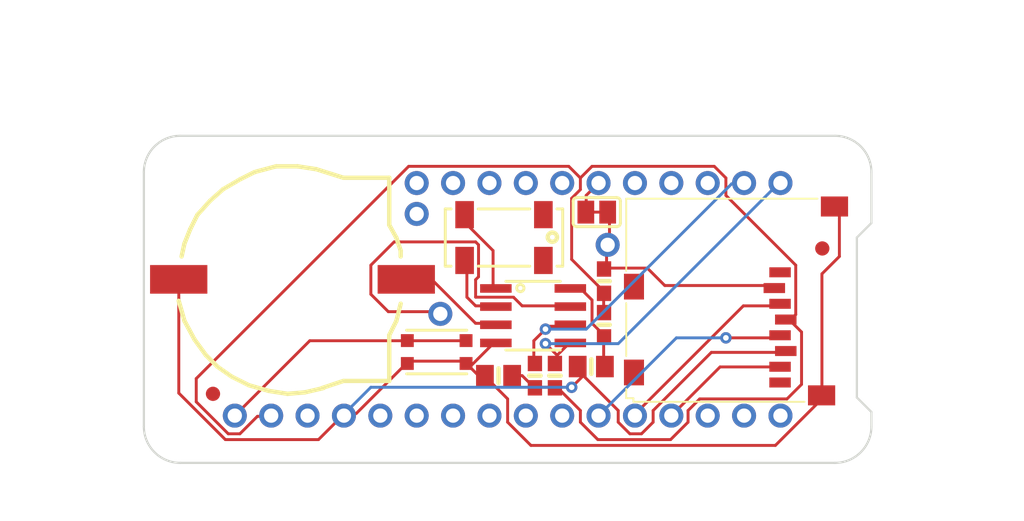
<source format=kicad_pcb>
(kicad_pcb (version 20171130) (host pcbnew "(5.1.2-1)-1")

  (general
    (thickness 1.6)
    (drawings 19)
    (tracks 185)
    (zones 0)
    (modules 19)
    (nets 35)
  )

  (page A4)
  (layers
    (0 Top signal)
    (31 Bottom signal)
    (32 B.Adhes user)
    (33 F.Adhes user)
    (34 B.Paste user)
    (35 F.Paste user)
    (36 B.SilkS user)
    (37 F.SilkS user)
    (38 B.Mask user)
    (39 F.Mask user)
    (40 Dwgs.User user)
    (41 Cmts.User user)
    (42 Eco1.User user)
    (43 Eco2.User user)
    (44 Edge.Cuts user)
    (45 Margin user)
    (46 B.CrtYd user)
    (47 F.CrtYd user)
    (48 B.Fab user)
    (49 F.Fab user)
  )

  (setup
    (last_trace_width 0.25)
    (trace_clearance 0.2)
    (zone_clearance 0.508)
    (zone_45_only no)
    (trace_min 0.2)
    (via_size 0.8)
    (via_drill 0.4)
    (via_min_size 0.4)
    (via_min_drill 0.3)
    (uvia_size 0.3)
    (uvia_drill 0.1)
    (uvias_allowed no)
    (uvia_min_size 0.2)
    (uvia_min_drill 0.1)
    (edge_width 0.05)
    (segment_width 0.2)
    (pcb_text_width 0.3)
    (pcb_text_size 1.5 1.5)
    (mod_edge_width 0.12)
    (mod_text_size 1 1)
    (mod_text_width 0.15)
    (pad_size 1.524 1.524)
    (pad_drill 0.762)
    (pad_to_mask_clearance 0.051)
    (solder_mask_min_width 0.25)
    (aux_axis_origin 0 0)
    (visible_elements FFFFEF7F)
    (pcbplotparams
      (layerselection 0x010fc_ffffffff)
      (usegerberextensions false)
      (usegerberattributes false)
      (usegerberadvancedattributes false)
      (creategerberjobfile false)
      (excludeedgelayer true)
      (linewidth 0.100000)
      (plotframeref false)
      (viasonmask false)
      (mode 1)
      (useauxorigin false)
      (hpglpennumber 1)
      (hpglpenspeed 20)
      (hpglpendiameter 15.000000)
      (psnegative false)
      (psa4output false)
      (plotreference true)
      (plotvalue true)
      (plotinvisibletext false)
      (padsonsilk false)
      (subtractmaskfromsilk false)
      (outputformat 1)
      (mirror false)
      (drillshape 1)
      (scaleselection 1)
      (outputdirectory ""))
  )

  (net 0 "")
  (net 1 G)
  (net 2 TX)
  (net 3 RX)
  (net 4 F)
  (net 5 E)
  (net 6 D)
  (net 7 C)
  (net 8 B)
  (net 9 A)
  (net 10 AREF)
  (net 11 USB)
  (net 12 N)
  (net 13 M)
  (net 14 L)
  (net 15 J)
  (net 16 I)
  (net 17 H)
  (net 18 SCL)
  (net 19 SDA)
  (net 20 GND)
  (net 21 MOSI)
  (net 22 MISO)
  (net 23 SCK)
  (net 24 +3V3)
  (net 25 SD_CS)
  (net 26 RESET)
  (net 27 N$7)
  (net 28 N$8)
  (net 29 VBAT)
  (net 30 EN)
  (net 31 CR1220)
  (net 32 INT1)
  (net 33 CS)
  (net 34 N$1)

  (net_class Default "This is the default net class."
    (clearance 0.2)
    (trace_width 0.25)
    (via_dia 0.8)
    (via_drill 0.4)
    (uvia_dia 0.3)
    (uvia_drill 0.1)
    (add_net +3V3)
    (add_net A)
    (add_net AREF)
    (add_net B)
    (add_net C)
    (add_net CR1220)
    (add_net CS)
    (add_net D)
    (add_net E)
    (add_net EN)
    (add_net F)
    (add_net G)
    (add_net GND)
    (add_net H)
    (add_net I)
    (add_net INT1)
    (add_net J)
    (add_net L)
    (add_net M)
    (add_net MISO)
    (add_net MOSI)
    (add_net N)
    (add_net N$1)
    (add_net N$7)
    (add_net N$8)
    (add_net RESET)
    (add_net RX)
    (add_net SCK)
    (add_net SCL)
    (add_net SDA)
    (add_net SD_CS)
    (add_net TX)
    (add_net USB)
    (add_net VBAT)
  )

  (module MICROSD (layer Top) (tedit 0) (tstamp 5D7BF619)
    (at 156.8831 112.1156 90)
    (descr "Courtesy: Adafruit Industries")
    (fp_text reference X4 (at 1.18 7.69 90) (layer F.SilkS) hide
      (effects (font (size 0.77216 0.77216) (thickness 0.146304)) (justify left bottom))
    )
    (fp_text value microsd (at 1.18 8.833 90) (layer F.Fab) hide
      (effects (font (size 0.38608 0.38608) (thickness 0.04064)) (justify left bottom))
    )
    (fp_line (start 14.15 -0.1) (end 14.15 13.25) (layer F.SilkS) (width 0.127))
    (fp_line (start 9.1 -0.1) (end 14.15 -0.1) (layer F.SilkS) (width 0.127))
    (fp_line (start 3.15 -0.1) (end 6.85 -0.1) (layer F.SilkS) (width 0.127))
    (fp_line (start -0.05 0.4) (end -0.05 12.35) (layer F.SilkS) (width 0.127))
    (fp_line (start 0.2 0.4) (end -0.05 0.4) (layer F.SilkS) (width 0.127))
    (fp_line (start 0.2 -0.1) (end 0.2 0.4) (layer F.SilkS) (width 0.127))
    (fp_line (start 0.85 -0.1) (end 0.2 -0.1) (layer F.SilkS) (width 0.127))
    (fp_line (start 11.29 19.52) (end 11.29 16.67) (layer F.Fab) (width 0.1))
    (fp_arc (start 10.44 19.52) (end 10.44 20.37) (angle -90) (layer F.Fab) (width 0.1))
    (fp_line (start 1.14 20.37) (end 10.44 20.37) (layer F.Fab) (width 0.1))
    (fp_arc (start 1.14 19.52) (end 0.29 19.52) (angle -90) (layer F.Fab) (width 0.1))
    (fp_line (start 0.29 16.72) (end 0.29 19.52) (layer F.Fab) (width 0.1))
    (fp_arc (start 10.44 16.07) (end 10.44 16.92) (angle -90) (layer F.Fab) (width 0.1))
    (fp_line (start 1.14 16.92) (end 10.44 16.92) (layer F.Fab) (width 0.1))
    (fp_arc (start 1.14 16.07) (end 0.29 16.07) (angle -90) (layer F.Fab) (width 0.1))
    (fp_line (start 0.29 15.92) (end 0.29 16.07) (layer F.Fab) (width 0.1))
    (fp_line (start 11.29 15.42) (end 11.29 14.12) (layer F.Fab) (width 0.1))
    (fp_arc (start 10.54 15.42) (end 10.54 16.17) (angle -90) (layer F.Fab) (width 0.1))
    (fp_line (start 1.09 16.17) (end 10.54 16.17) (layer F.Fab) (width 0.1))
    (fp_arc (start 1.09 15.42) (end 0.34 15.42) (angle -90) (layer F.Fab) (width 0.1))
    (fp_line (start 0.34 14.12) (end 0.34 15.42) (layer F.Fab) (width 0.1))
    (fp_line (start 9.19 11.17) (end 9.19 9.82) (layer F.Fab) (width 0.1))
    (fp_line (start 8.79 11.17) (end 9.19 11.17) (layer F.Fab) (width 0.1))
    (fp_line (start 8.79 9.77) (end 8.79 11.17) (layer F.Fab) (width 0.1))
    (fp_line (start 8.09 10.82) (end 8.09 9.77) (layer F.Fab) (width 0.1))
    (fp_line (start 7.69 10.82) (end 8.09 10.82) (layer F.Fab) (width 0.1))
    (fp_line (start 7.69 9.77) (end 7.69 10.82) (layer F.Fab) (width 0.1))
    (fp_line (start 6.99 11.22) (end 6.99 9.82) (layer F.Fab) (width 0.1))
    (fp_line (start 6.59 11.22) (end 6.99 11.22) (layer F.Fab) (width 0.1))
    (fp_line (start 6.59 9.77) (end 6.59 11.22) (layer F.Fab) (width 0.1))
    (fp_line (start 5.89 11.37) (end 5.54 11.37) (layer F.Fab) (width 0.1))
    (fp_line (start 5.89 9.92) (end 5.89 11.37) (layer F.Fab) (width 0.1))
    (fp_line (start 6.24 9.92) (end 6.24 9.77) (layer F.Fab) (width 0.1))
    (fp_line (start 5.89 9.92) (end 6.24 9.92) (layer F.Fab) (width 0.1))
    (fp_line (start 5.49 9.92) (end 5.89 9.92) (layer F.Fab) (width 0.1))
    (fp_line (start 4.79 11.22) (end 4.79 9.92) (layer F.Fab) (width 0.1))
    (fp_line (start 4.39 11.22) (end 4.79 11.22) (layer F.Fab) (width 0.1))
    (fp_line (start 4.39 9.77) (end 4.39 11.22) (layer F.Fab) (width 0.1))
    (fp_line (start 3.74 11.42) (end 3.74 9.97) (layer F.Fab) (width 0.1))
    (fp_line (start 3.29 11.42) (end 3.74 11.42) (layer F.Fab) (width 0.1))
    (fp_line (start 3.29 9.97) (end 3.29 11.42) (layer F.Fab) (width 0.1))
    (fp_line (start 4.04 9.97) (end 4.04 9.77) (layer F.Fab) (width 0.1))
    (fp_line (start 3.74 9.97) (end 4.04 9.97) (layer F.Fab) (width 0.1))
    (fp_line (start 3.29 9.97) (end 3.74 9.97) (layer F.Fab) (width 0.1))
    (fp_line (start 2.94 9.97) (end 3.29 9.97) (layer F.Fab) (width 0.1))
    (fp_line (start 2.94 9.77) (end 2.94 9.97) (layer F.Fab) (width 0.1))
    (fp_line (start 2.59 11.17) (end 2.59 9.77) (layer F.Fab) (width 0.1))
    (fp_line (start 2.19 11.17) (end 2.59 11.17) (layer F.Fab) (width 0.1))
    (fp_line (start 2.19 9.77) (end 2.19 11.17) (layer F.Fab) (width 0.1))
    (fp_line (start 1.49 11.17) (end 1.49 9.77) (layer F.Fab) (width 0.1))
    (fp_line (start 1.09 11.17) (end 1.49 11.17) (layer F.Fab) (width 0.1))
    (fp_line (start 1.09 9.82) (end 1.09 11.17) (layer F.Fab) (width 0.1))
    (fp_line (start 8.39 0.77) (end 8.39 0.17) (layer F.Fab) (width 0.1))
    (fp_line (start 8.29 0.77) (end 8.39 0.77) (layer F.Fab) (width 0.1))
    (fp_line (start 7.19 0.77) (end 7.19 0.17) (layer F.Fab) (width 0.1))
    (fp_line (start 7.39 0.77) (end 7.19 0.77) (layer F.Fab) (width 0.1))
    (fp_line (start 8.29 0.92) (end 8.54 0.92) (layer F.Fab) (width 0.1))
    (fp_line (start 7.39 0.92) (end 7.09 0.92) (layer F.Fab) (width 0.1))
    (fp_line (start 7.14 5.92) (end 8.44 5.92) (layer F.Fab) (width 0.1))
    (fp_line (start 7.39 0.47) (end 7.14 5.92) (layer F.Fab) (width 0.1))
    (fp_line (start 7.39 0.42) (end 7.39 0.47) (layer F.Fab) (width 0.1))
    (fp_arc (start 7.54 0.47) (end 7.59 0.32) (angle -90) (layer F.Fab) (width 0.1))
    (fp_line (start 7.59 1.27) (end 7.59 0.32) (layer F.Fab) (width 0.1))
    (fp_arc (start 7.84 1.27) (end 7.84 1.52) (angle 90) (layer F.Fab) (width 0.1))
    (fp_line (start 7.79 1.52) (end 7.84 1.52) (layer F.Fab) (width 0.1))
    (fp_arc (start 7.79 1.27) (end 8.04 1.27) (angle 90) (layer F.Fab) (width 0.1))
    (fp_line (start 8.04 0.32) (end 8.04 1.27) (layer F.Fab) (width 0.1))
    (fp_arc (start 8.04 0.52) (end 8.24 0.52) (angle -90) (layer F.Fab) (width 0.1))
    (fp_line (start 8.24 0.57) (end 8.24 0.52) (layer F.Fab) (width 0.1))
    (fp_line (start 8.44 5.92) (end 8.24 0.57) (layer F.Fab) (width 0.1))
    (fp_arc (start 8.59 5.92) (end 8.59 6.07) (angle 90) (layer F.Fab) (width 0.1))
    (fp_arc (start 8.59 5.92) (end 8.74 5.92) (angle 90) (layer F.Fab) (width 0.1))
    (fp_line (start 8.74 5.87) (end 8.74 5.92) (layer F.Fab) (width 0.1))
    (fp_line (start 8.49 -0.03) (end 8.74 5.87) (layer F.Fab) (width 0.1))
    (fp_line (start 7.14 0.12) (end 8.49 0.12) (layer F.Fab) (width 0.1))
    (fp_line (start 6.84 5.92) (end 7.09 -0.03) (layer F.Fab) (width 0.1))
    (fp_arc (start 6.99 5.92) (end 6.99 6.07) (angle 90) (layer F.Fab) (width 0.1))
    (fp_arc (start 6.99 5.92) (end 7.14 5.92) (angle 90) (layer F.Fab) (width 0.1))
    (fp_line (start 2.69 0.77) (end 2.69 0.17) (layer F.Fab) (width 0.1))
    (fp_line (start 2.59 0.77) (end 2.69 0.77) (layer F.Fab) (width 0.1))
    (fp_line (start 1.49 0.77) (end 1.49 0.17) (layer F.Fab) (width 0.1))
    (fp_line (start 1.69 0.77) (end 1.49 0.77) (layer F.Fab) (width 0.1))
    (fp_line (start 2.59 0.92) (end 2.84 0.92) (layer F.Fab) (width 0.1))
    (fp_line (start 1.69 0.92) (end 1.39 0.92) (layer F.Fab) (width 0.1))
    (fp_line (start 1.44 5.92) (end 2.74 5.92) (layer F.Fab) (width 0.1))
    (fp_line (start 1.69 0.47) (end 1.44 5.92) (layer F.Fab) (width 0.1))
    (fp_line (start 1.69 0.42) (end 1.69 0.47) (layer F.Fab) (width 0.1))
    (fp_arc (start 1.84 0.47) (end 1.89 0.32) (angle -90) (layer F.Fab) (width 0.1))
    (fp_line (start 1.89 1.27) (end 1.89 0.32) (layer F.Fab) (width 0.1))
    (fp_arc (start 2.14 1.27) (end 2.14 1.52) (angle 90) (layer F.Fab) (width 0.1))
    (fp_line (start 2.09 1.52) (end 2.14 1.52) (layer F.Fab) (width 0.1))
    (fp_arc (start 2.09 1.27) (end 2.34 1.27) (angle 90) (layer F.Fab) (width 0.1))
    (fp_line (start 2.34 0.32) (end 2.34 1.27) (layer F.Fab) (width 0.1))
    (fp_arc (start 2.34 0.52) (end 2.54 0.52) (angle -90) (layer F.Fab) (width 0.1))
    (fp_line (start 2.54 0.57) (end 2.54 0.52) (layer F.Fab) (width 0.1))
    (fp_line (start 2.74 5.92) (end 2.54 0.57) (layer F.Fab) (width 0.1))
    (fp_arc (start 2.89 5.92) (end 2.89 6.07) (angle 90) (layer F.Fab) (width 0.1))
    (fp_arc (start 2.89 5.92) (end 3.04 5.92) (angle 90) (layer F.Fab) (width 0.1))
    (fp_line (start 3.04 5.87) (end 3.04 5.92) (layer F.Fab) (width 0.1))
    (fp_line (start 2.79 -0.03) (end 3.04 5.87) (layer F.Fab) (width 0.1))
    (fp_line (start 1.44 0.12) (end 2.79 0.12) (layer F.Fab) (width 0.1))
    (fp_line (start 1.14 5.92) (end 1.39 -0.03) (layer F.Fab) (width 0.1))
    (fp_arc (start 1.29 5.92) (end 1.29 6.07) (angle 90) (layer F.Fab) (width 0.1))
    (fp_arc (start 1.29 5.92) (end 1.44 5.92) (angle 90) (layer F.Fab) (width 0.1))
    (fp_line (start 9.99 6.37) (end 9.99 3.87) (layer F.Fab) (width 0.1))
    (fp_arc (start 10.19 6.37) (end 10.19 6.57) (angle 90) (layer F.Fab) (width 0.1))
    (fp_line (start 10.24 6.57) (end 10.19 6.57) (layer F.Fab) (width 0.1))
    (fp_arc (start 10.24 6.32) (end 10.49 6.32) (angle 90) (layer F.Fab) (width 0.1))
    (fp_line (start 10.49 3.87) (end 10.49 6.32) (layer F.Fab) (width 0.1))
    (fp_arc (start 10.29 3.87) (end 10.29 3.67) (angle 90) (layer F.Fab) (width 0.1))
    (fp_line (start 10.19 3.67) (end 10.29 3.67) (layer F.Fab) (width 0.1))
    (fp_arc (start 10.19 3.87) (end 9.99 3.87) (angle 90) (layer F.Fab) (width 0.1))
    (fp_arc (start 1.29 10.12) (end 0.94 10.12) (angle 90) (layer F.Fab) (width 0.1))
    (fp_line (start 0.94 11.22) (end 0.94 10.12) (layer F.Fab) (width 0.1))
    (fp_arc (start 1.29 11.22) (end 1.29 11.57) (angle 90) (layer F.Fab) (width 0.1))
    (fp_line (start 4.49 11.57) (end 1.29 11.57) (layer F.Fab) (width 0.1))
    (fp_arc (start 4.49 11.22) (end 4.84 11.22) (angle 90) (layer F.Fab) (width 0.1))
    (fp_line (start 4.84 10.02) (end 4.84 11.22) (layer F.Fab) (width 0.1))
    (fp_arc (start 4.59 10.02) (end 4.59 9.77) (angle 90) (layer F.Fab) (width 0.1))
    (fp_line (start 4.39 9.77) (end 4.59 9.77) (layer F.Fab) (width 0.1))
    (fp_line (start 4.04 9.77) (end 4.39 9.77) (layer F.Fab) (width 0.1))
    (fp_line (start 2.94 9.77) (end 4.04 9.77) (layer F.Fab) (width 0.1))
    (fp_line (start 2.59 9.77) (end 2.94 9.77) (layer F.Fab) (width 0.1))
    (fp_line (start 2.19 9.77) (end 2.59 9.77) (layer F.Fab) (width 0.1))
    (fp_line (start 1.49 9.77) (end 2.19 9.77) (layer F.Fab) (width 0.1))
    (fp_line (start 1.29 9.77) (end 1.49 9.77) (layer F.Fab) (width 0.1))
    (fp_arc (start 5.74 10.07) (end 5.44 10.07) (angle 90) (layer F.Fab) (width 0.1))
    (fp_line (start 5.44 11.22) (end 5.44 10.07) (layer F.Fab) (width 0.1))
    (fp_arc (start 5.79 11.22) (end 5.79 11.57) (angle 90) (layer F.Fab) (width 0.1))
    (fp_line (start 8.99 11.57) (end 5.79 11.57) (layer F.Fab) (width 0.1))
    (fp_arc (start 8.99 11.22) (end 9.34 11.22) (angle 90) (layer F.Fab) (width 0.1))
    (fp_line (start 9.34 10.07) (end 9.34 11.22) (layer F.Fab) (width 0.1))
    (fp_arc (start 9.04 10.07) (end 9.04 9.77) (angle 90) (layer F.Fab) (width 0.1))
    (fp_line (start 8.79 9.77) (end 9.04 9.77) (layer F.Fab) (width 0.1))
    (fp_line (start 8.09 9.77) (end 8.79 9.77) (layer F.Fab) (width 0.1))
    (fp_line (start 7.69 9.77) (end 8.09 9.77) (layer F.Fab) (width 0.1))
    (fp_line (start 6.59 9.77) (end 7.69 9.77) (layer F.Fab) (width 0.1))
    (fp_line (start 6.24 9.77) (end 6.59 9.77) (layer F.Fab) (width 0.1))
    (fp_line (start 5.74 9.77) (end 6.24 9.77) (layer F.Fab) (width 0.1))
    (fp_line (start 11.94 6.47) (end 14.04 6.47) (layer F.Fab) (width 0.1))
    (fp_arc (start 11.94 6.82) (end 11.59 6.82) (angle 90) (layer F.Fab) (width 0.1))
    (fp_line (start 11.59 8.12) (end 11.59 6.82) (layer F.Fab) (width 0.1))
    (fp_arc (start 11.64 8.12) (end 11.64 8.17) (angle 90) (layer F.Fab) (width 0.1))
    (fp_line (start 11.84 8.37) (end 11.64 8.17) (layer F.Fab) (width 0.1))
    (fp_line (start 11.84 12.32) (end 11.84 8.37) (layer F.Fab) (width 0.1))
    (fp_arc (start 12.04 12.32) (end 12.04 12.52) (angle 90) (layer F.Fab) (width 0.1))
    (fp_line (start 12.09 12.52) (end 12.04 12.52) (layer F.Fab) (width 0.1))
    (fp_arc (start 12.09 12.32) (end 12.29 12.32) (angle 90) (layer F.Fab) (width 0.1))
    (fp_line (start 12.44 8.17) (end 12.29 12.32) (layer F.Fab) (width 0.1))
    (fp_arc (start 12.24 8.17) (end 12.24 7.97) (angle 90) (layer F.Fab) (width 0.1))
    (fp_line (start 12.19 7.97) (end 12.24 7.97) (layer F.Fab) (width 0.1))
    (fp_arc (start 12.19 7.82) (end 12.04 7.82) (angle -90) (layer F.Fab) (width 0.1))
    (fp_line (start 12.04 7.02) (end 12.04 7.82) (layer F.Fab) (width 0.1))
    (fp_arc (start 12.19 7.02) (end 12.19 6.87) (angle -90) (layer F.Fab) (width 0.1))
    (fp_line (start 13.24 6.87) (end 12.19 6.87) (layer F.Fab) (width 0.1))
    (fp_arc (start 13.24 7.02) (end 13.39 7.02) (angle -90) (layer F.Fab) (width 0.1))
    (fp_line (start 13.39 7.72) (end 13.39 7.02) (layer F.Fab) (width 0.1))
    (fp_arc (start 13.14 7.72) (end 13.14 7.97) (angle -90) (layer F.Fab) (width 0.1))
    (fp_arc (start 13.14 8.12) (end 12.99 8.12) (angle 90) (layer F.Fab) (width 0.1))
    (fp_line (start 13.09 12.32) (end 12.99 8.12) (layer F.Fab) (width 0.1))
    (fp_arc (start 13.29 12.32) (end 13.29 12.52) (angle 90) (layer F.Fab) (width 0.1))
    (fp_line (start 14.04 12.52) (end 13.29 12.52) (layer F.Fab) (width 0.1))
    (fp_arc (start 13.74 14.02) (end 13.94 14.02) (angle -90) (layer F.Fab) (width 0.1))
    (fp_arc (start 13.79 14.02) (end 13.79 14.17) (angle -90) (layer F.Fab) (width 0.1))
    (fp_line (start 13.74 14.17) (end 13.79 14.17) (layer F.Fab) (width 0.1))
    (fp_arc (start 13.74 14.32) (end 13.59 14.32) (angle 90) (layer F.Fab) (width 0.1))
    (fp_line (start 13.59 14.62) (end 13.59 14.32) (layer F.Fab) (width 0.1))
    (fp_arc (start 13.74 14.62) (end 13.74 14.77) (angle 90) (layer F.Fab) (width 0.1))
    (fp_line (start 13.79 14.77) (end 13.74 14.77) (layer F.Fab) (width 0.1))
    (fp_arc (start 13.79 14.92) (end 13.94 14.92) (angle -90) (layer F.Fab) (width 0.1))
    (fp_line (start 13.94 15.02) (end 13.94 14.92) (layer F.Fab) (width 0.1))
    (fp_line (start 13.34 13.82) (end 13.34 15.12) (layer F.Fab) (width 0.1))
    (fp_line (start 13.64 13.67) (end 13.64 13.47) (layer F.Fab) (width 0.1))
    (fp_line (start 13.64 13.67) (end 13.79 13.67) (layer F.Fab) (width 0.1))
    (fp_line (start 12.99 13.67) (end 13.64 13.67) (layer F.Fab) (width 0.1))
    (fp_line (start 13.79 13.47) (end 13.79 13.67) (layer F.Fab) (width 0.1))
    (fp_line (start 11.34 14.52) (end 10.84 13.97) (layer F.Fab) (width 0.1))
    (fp_line (start 11.54 14.52) (end 11.34 14.52) (layer F.Fab) (width 0.1))
    (fp_arc (start 11.49 14.92) (end 11.34 14.92) (angle 90) (layer F.Fab) (width 0.1))
    (fp_line (start 11.49 15.07) (end 11.34 14.92) (layer F.Fab) (width 0.1))
    (fp_line (start 10.49 14.92) (end 11.34 14.92) (layer F.Fab) (width 0.1))
    (fp_line (start 10.99 14.72) (end 10.49 14.72) (layer F.Fab) (width 0.1))
    (fp_line (start 10.99 14.72) (end 11.49 14.72) (layer F.Fab) (width 0.1))
    (fp_line (start 10.49 14.22) (end 10.99 14.72) (layer F.Fab) (width 0.1))
    (fp_line (start 10.49 13.87) (end 10.49 14.22) (layer F.Fab) (width 0.1))
    (fp_line (start 10.49 14.52) (end 10.74 14.52) (layer F.Fab) (width 0.1))
    (fp_line (start 10.49 14.72) (end 10.49 14.52) (layer F.Fab) (width 0.1))
    (fp_line (start 10.49 14.92) (end 10.49 14.72) (layer F.Fab) (width 0.1))
    (fp_line (start 10.49 15.12) (end 10.49 14.92) (layer F.Fab) (width 0.1))
    (fp_line (start 9.54 15.12) (end 9.54 13.62) (layer F.Fab) (width 0.1))
    (fp_line (start 10.49 15.12) (end 9.54 15.12) (layer F.Fab) (width 0.1))
    (fp_line (start 11.79 15.12) (end 10.49 15.12) (layer F.Fab) (width 0.1))
    (fp_line (start 14.04 2.32) (end 14.04 -0.03) (layer F.Fab) (width 0.1))
    (fp_line (start 14.09 2.32) (end 14.04 2.32) (layer F.Fab) (width 0.1))
    (fp_line (start 14.09 3.37) (end 14.09 2.32) (layer F.Fab) (width 0.1))
    (fp_line (start 14.04 3.37) (end 14.09 3.37) (layer F.Fab) (width 0.1))
    (fp_line (start 14.04 6.47) (end 14.04 3.37) (layer F.Fab) (width 0.1))
    (fp_line (start 14.04 7.52) (end 14.04 6.47) (layer F.Fab) (width 0.1))
    (fp_line (start 14.09 7.52) (end 14.04 7.52) (layer F.Fab) (width 0.1))
    (fp_line (start 14.09 8.57) (end 14.09 7.52) (layer F.Fab) (width 0.1))
    (fp_line (start 14.04 8.57) (end 14.09 8.57) (layer F.Fab) (width 0.1))
    (fp_line (start 14.04 11.52) (end 14.04 8.57) (layer F.Fab) (width 0.1))
    (fp_line (start 14.09 11.52) (end 14.04 11.52) (layer F.Fab) (width 0.1))
    (fp_line (start 14.09 12.52) (end 14.09 11.52) (layer F.Fab) (width 0.1))
    (fp_line (start 14.04 12.52) (end 14.09 12.52) (layer F.Fab) (width 0.1))
    (fp_line (start 14.04 13.42) (end 14.04 12.52) (layer F.Fab) (width 0.1))
    (fp_line (start 13.14 13.42) (end 14.04 13.42) (layer F.Fab) (width 0.1))
    (fp_arc (start 13.14 13.62) (end 12.94 13.62) (angle 90) (layer F.Fab) (width 0.1))
    (fp_arc (start 13.14 13.62) (end 13.14 13.82) (angle 90) (layer F.Fab) (width 0.1))
    (fp_line (start 13.34 13.82) (end 13.14 13.82) (layer F.Fab) (width 0.1))
    (fp_line (start 13.74 13.82) (end 13.34 13.82) (layer F.Fab) (width 0.1))
    (fp_arc (start 13.74 14.07) (end 13.99 14.07) (angle -90) (layer F.Fab) (width 0.1))
    (fp_line (start 13.99 14.87) (end 13.99 14.07) (layer F.Fab) (width 0.1))
    (fp_arc (start 13.74 14.87) (end 13.94 15.02) (angle -36.869898) (layer F.Fab) (width 0.1))
    (fp_arc (start 13.739999 14.869999) (end 13.74 15.12) (angle -53.130102) (layer F.Fab) (width 0.1))
    (fp_line (start 13.34 15.12) (end 13.74 15.12) (layer F.Fab) (width 0.1))
    (fp_line (start 11.79 15.12) (end 13.34 15.12) (layer F.Fab) (width 0.1))
    (fp_arc (start 11.79 14.87) (end 11.54 14.87) (angle -90) (layer F.Fab) (width 0.1))
    (fp_line (start 11.54 14.52) (end 11.54 14.87) (layer F.Fab) (width 0.1))
    (fp_line (start 11.54 14.27) (end 11.54 14.52) (layer F.Fab) (width 0.1))
    (fp_arc (start 11.44 14.27) (end 11.44 14.17) (angle 90) (layer F.Fab) (width 0.1))
    (fp_arc (start 5.74 29.830621) (end 0.04 14.17) (angle 40) (layer F.Fab) (width 0.1))
    (fp_line (start 0.04 9.42) (end 0.04 14.17) (layer F.Fab) (width 0.1))
    (fp_line (start -0.01 9.42) (end 0.04 9.42) (layer F.Fab) (width 0.1))
    (fp_line (start -0.01 8.12) (end -0.01 9.42) (layer F.Fab) (width 0.1))
    (fp_line (start 0.04 8.12) (end -0.01 8.12) (layer F.Fab) (width 0.1))
    (fp_line (start 0.04 3.07) (end 0.04 8.12) (layer F.Fab) (width 0.1))
    (fp_line (start -0.01 3.07) (end 0.04 3.07) (layer F.Fab) (width 0.1))
    (fp_line (start -0.01 1.72) (end -0.01 3.07) (layer F.Fab) (width 0.1))
    (fp_line (start 0.04 1.72) (end -0.01 1.72) (layer F.Fab) (width 0.1))
    (fp_line (start 0.04 0.47) (end 0.04 1.72) (layer F.Fab) (width 0.1))
    (fp_line (start 0.29 0.47) (end 0.04 0.47) (layer F.Fab) (width 0.1))
    (fp_line (start 0.29 -0.03) (end 0.29 0.47) (layer F.Fab) (width 0.1))
    (fp_line (start 1.39 -0.03) (end 0.29 -0.03) (layer F.Fab) (width 0.1))
    (fp_line (start 2.79 -0.03) (end 1.39 -0.03) (layer F.Fab) (width 0.1))
    (fp_line (start 10.39 -0.03) (end 2.79 -0.03) (layer F.Fab) (width 0.1))
    (fp_line (start 10.39 0.27) (end 10.39 -0.03) (layer F.Fab) (width 0.1))
    (fp_arc (start 10.59 0.27) (end 10.59 0.47) (angle 90) (layer F.Fab) (width 0.1))
    (fp_arc (start 10.59 0.27) (end 10.79 0.27) (angle 90) (layer F.Fab) (width 0.1))
    (fp_line (start 10.79 -0.03) (end 10.79 0.27) (layer F.Fab) (width 0.1))
    (fp_line (start 12.99 -0.03) (end 10.79 -0.03) (layer F.Fab) (width 0.1))
    (fp_line (start 12.99 0.27) (end 12.99 -0.03) (layer F.Fab) (width 0.1))
    (fp_arc (start 13.19 0.27) (end 13.19 0.47) (angle 90) (layer F.Fab) (width 0.1))
    (fp_arc (start 13.19 0.27) (end 13.39 0.27) (angle 90) (layer F.Fab) (width 0.1))
    (fp_line (start 13.39 -0.03) (end 13.39 0.27) (layer F.Fab) (width 0.1))
    (fp_line (start 14.04 -0.03) (end 13.39 -0.03) (layer F.Fab) (width 0.1))
    (pad 1 smd rect (at 9 10.64 90) (size 0.7 1.5) (layers Top F.Paste F.Mask)
      (solder_mask_margin 0.0508))
    (pad 2 smd rect (at 7.9 10.24 90) (size 0.7 1.5) (layers Top F.Paste F.Mask)
      (net 25 SD_CS) (solder_mask_margin 0.0508))
    (pad 3 smd rect (at 6.8 10.64 90) (size 0.7 1.5) (layers Top F.Paste F.Mask)
      (net 21 MOSI) (solder_mask_margin 0.0508))
    (pad 4 smd rect (at 5.7 11.04 90) (size 0.7 1.5) (layers Top F.Paste F.Mask)
      (net 24 +3V3) (solder_mask_margin 0.0508))
    (pad 5 smd rect (at 4.6 10.64 90) (size 0.7 1.5) (layers Top F.Paste F.Mask)
      (net 23 SCK) (solder_mask_margin 0.0508))
    (pad 6 smd rect (at 3.5 11.04 90) (size 0.7 1.5) (layers Top F.Paste F.Mask)
      (net 20 GND) (solder_mask_margin 0.0508))
    (pad 7 smd rect (at 2.4 10.64 90) (size 0.7 1.5) (layers Top F.Paste F.Mask)
      (net 22 MISO) (solder_mask_margin 0.0508))
    (pad 8 smd rect (at 1.3 10.64 90) (size 0.7 1.5) (layers Top F.Paste F.Mask)
      (solder_mask_margin 0.0508))
    (pad CD2 smd rect (at 8 0.44 180) (size 1.4 1.8) (layers Top F.Paste F.Mask)
      (solder_mask_margin 0.0508))
    (pad CD1 smd rect (at 2 0.44 180) (size 1.4 1.8) (layers Top F.Paste F.Mask)
      (solder_mask_margin 0.0508))
    (pad MT2 smd rect (at 13.6 14.44 90) (size 1.4 1.9) (layers Top F.Paste F.Mask)
      (net 20 GND) (solder_mask_margin 0.0508))
    (pad MT1 smd rect (at 0.4 13.54 90) (size 1.4 1.9) (layers Top F.Paste F.Mask)
      (net 20 GND) (solder_mask_margin 0.0508))
  )

  (module BTN_KMR2_4.6X2.8 (layer Top) (tedit 0) (tstamp 5D7BF71E)
    (at 143.5481 108.6866 180)
    (fp_text reference SW1 (at -2.032 -1.778 180) (layer F.SilkS) hide
      (effects (font (size 0.77216 0.77216) (thickness 0.146304)) (justify right top))
    )
    (fp_text value KMR2 (at -2.032 2.159 180) (layer F.Fab) hide
      (effects (font (size 0.38608 0.38608) (thickness 0.04064)) (justify right top))
    )
    (fp_line (start 2.1 1.5254) (end -2.1 1.5254) (layer F.SilkS) (width 0.2032))
    (fp_line (start -2.1 -1.5254) (end 2.1 -1.5254) (layer F.SilkS) (width 0.2032))
    (fp_line (start 1.05 0.8) (end -1.05 0.8) (layer F.Fab) (width 0.2032))
    (fp_arc (start -0.881399 0) (end 1.05 -0.8) (angle 44.999389) (layer F.Fab) (width 0.2032))
    (fp_line (start -1.05 -0.8) (end 1.05 -0.8) (layer F.Fab) (width 0.2032))
    (fp_arc (start 0.881399 0) (end -1.05 0.8) (angle 44.999389) (layer F.Fab) (width 0.2032))
    (fp_line (start -2.1 1.4) (end -2.1 -1.4) (layer F.Fab) (width 0.2032))
    (fp_line (start 2.1 1.4) (end -2.1 1.4) (layer F.Fab) (width 0.2032))
    (fp_line (start 2.1 -1.4) (end 2.1 1.4) (layer F.Fab) (width 0.2032))
    (fp_line (start -2.1 -1.4) (end 2.1 -1.4) (layer F.Fab) (width 0.2032))
    (fp_line (start 0 -0.2) (end 0.3 0.1) (layer F.Fab) (width 0.127))
    (fp_line (start 0 0.4) (end 0 0.3) (layer F.Fab) (width 0.127))
    (fp_line (start 0 -0.4) (end 0 -0.2) (layer F.Fab) (width 0.127))
    (fp_line (start 0 0.4) (end 0.4 0.4) (layer F.Fab) (width 0.127))
    (fp_line (start -0.4 0.4) (end 0 0.4) (layer F.Fab) (width 0.127))
    (fp_line (start 0 -0.4) (end 0.4 -0.4) (layer F.Fab) (width 0.127))
    (fp_line (start -0.4 -0.4) (end 0 -0.4) (layer F.Fab) (width 0.127))
    (pad A' smd rect (at -2.05 -0.8 180) (size 0.9 0.9) (layers Top F.Paste F.Mask)
      (net 20 GND) (solder_mask_margin 0.0508))
    (pad B' smd rect (at -2.05 0.8 180) (size 0.9 0.9) (layers Top F.Paste F.Mask)
      (net 26 RESET) (solder_mask_margin 0.0508))
    (pad B smd rect (at 2.05 0.8 180) (size 0.9 0.9) (layers Top F.Paste F.Mask)
      (net 26 RESET) (solder_mask_margin 0.0508))
    (pad A smd rect (at 2.05 -0.8 180) (size 0.9 0.9) (layers Top F.Paste F.Mask)
      (net 20 GND) (solder_mask_margin 0.0508))
  )

  (module SOIC8_150MIL (layer Top) (tedit 0) (tstamp 5D7BF736)
    (at 150.2791 106.1466 270)
    (descr "<b>Small Outline IC - 150mil Wide</b>")
    (fp_text reference IC1 (at -1.905 -0.381 270) (layer F.SilkS) hide
      (effects (font (size 0.77216 0.77216) (thickness 0.146304)) (justify right top))
    )
    (fp_text value PCF8523T (at -1.905 0.381 270) (layer F.Fab) hide
      (effects (font (size 0.38608 0.38608) (thickness 0.04064)) (justify right top))
    )
    (fp_poly (pts (xy -2.15 -2) (xy -1.66 -2) (xy -1.66 -3.1) (xy -2.15 -3.1)) (layer F.Fab) (width 0))
    (fp_poly (pts (xy -0.88 -2) (xy -0.39 -2) (xy -0.39 -3.1) (xy -0.88 -3.1)) (layer F.Fab) (width 0))
    (fp_poly (pts (xy 0.39 -2) (xy 0.88 -2) (xy 0.88 -3.1) (xy 0.39 -3.1)) (layer F.Fab) (width 0))
    (fp_poly (pts (xy 1.66 -2) (xy 2.15 -2) (xy 2.15 -3.1) (xy 1.66 -3.1)) (layer F.Fab) (width 0))
    (fp_poly (pts (xy 1.66 3.1) (xy 2.15 3.1) (xy 2.15 2) (xy 1.66 2)) (layer F.Fab) (width 0))
    (fp_poly (pts (xy 0.39 3.1) (xy 0.88 3.1) (xy 0.88 2) (xy 0.39 2)) (layer F.Fab) (width 0))
    (fp_poly (pts (xy -0.88 3.1) (xy -0.39 3.1) (xy -0.39 2) (xy -0.88 2)) (layer F.Fab) (width 0))
    (fp_poly (pts (xy -2.15 3.1) (xy -1.66 3.1) (xy -1.66 2) (xy -2.15 2)) (layer F.Fab) (width 0))
    (fp_circle (center -1.9304 0.889) (end -1.6764 0.889) (layer F.SilkS) (width 0.2032))
    (fp_line (start 2.4 -1.9) (end 2.4 1.9) (layer F.SilkS) (width 0.2032))
    (fp_line (start -2.4 1.9) (end -2.4 -1.9) (layer F.SilkS) (width 0.2032))
    (fp_line (start -2.4 -1.9) (end 2.4 -1.9) (layer F.Fab) (width 0.2032))
    (fp_line (start 2.4 1.4) (end -2.4 1.4) (layer F.Fab) (width 0.2032))
    (fp_line (start -2.4 1.4) (end -2.4 -1.9) (layer F.Fab) (width 0.2032))
    (fp_line (start -2.4 1.9) (end -2.4 1.4) (layer F.Fab) (width 0.2032))
    (fp_line (start 2.4 1.9) (end -2.4 1.9) (layer F.Fab) (width 0.2032))
    (fp_line (start 2.4 1.4) (end 2.4 1.9) (layer F.Fab) (width 0.2032))
    (fp_line (start 2.4 -1.9) (end 2.4 1.4) (layer F.Fab) (width 0.2032))
    (pad 5 smd rect (at 1.905 -2.6 270) (size 0.6 2.2) (layers Top F.Paste F.Mask)
      (net 19 SDA) (solder_mask_margin 0.0508))
    (pad 6 smd rect (at 0.635 -2.6 270) (size 0.6 2.2) (layers Top F.Paste F.Mask)
      (net 18 SCL) (solder_mask_margin 0.0508))
    (pad 8 smd rect (at -1.905 -2.6 270) (size 0.6 2.2) (layers Top F.Paste F.Mask)
      (net 34 N$1) (solder_mask_margin 0.0508))
    (pad 4 smd rect (at 1.905 2.6 270) (size 0.6 2.2) (layers Top F.Paste F.Mask)
      (net 20 GND) (solder_mask_margin 0.0508))
    (pad 3 smd rect (at 0.635 2.6 270) (size 0.6 2.2) (layers Top F.Paste F.Mask)
      (net 31 CR1220) (solder_mask_margin 0.0508))
    (pad 1 smd rect (at -1.905 2.6 270) (size 0.6 2.2) (layers Top F.Paste F.Mask)
      (net 27 N$7) (solder_mask_margin 0.0508))
    (pad 7 smd rect (at -0.635 -2.6 270) (size 0.6 2.2) (layers Top F.Paste F.Mask)
      (net 32 INT1) (solder_mask_margin 0.0508))
    (pad 2 smd rect (at -0.635 2.6 270) (size 0.6 2.2) (layers Top F.Paste F.Mask)
      (net 28 N$8) (solder_mask_margin 0.0508))
  )

  (module CRYSTAL_8X3.8 (layer Top) (tedit 0) (tstamp 5D7BF753)
    (at 148.2471 100.6856)
    (descr "<p>8.0x3.8x2.5mm SMT Crystal</p>\n<p>Source: http://www.abracon.com/Resonators/abs25.pdf</p>")
    (fp_text reference Y1 (at -1.9 -2.854) (layer F.SilkS) hide
      (effects (font (size 0.77216 0.77216) (thickness 0.146304)) (justify left bottom))
    )
    (fp_text value 32khz (at -1.9 -2.327) (layer F.Fab) hide
      (effects (font (size 0.38608 0.38608) (thickness 0.04064)) (justify left bottom))
    )
    (fp_circle (center 3.3782 -0.0254) (end 3.701487 -0.0254) (layer F.SilkS) (width 0.3048))
    (fp_line (start 4.1 2) (end 3.7 2) (layer F.SilkS) (width 0.2032))
    (fp_line (start 4.1 -2) (end 4.1 2) (layer F.SilkS) (width 0.2032))
    (fp_line (start 3.7 -2) (end 4.1 -2) (layer F.SilkS) (width 0.2032))
    (fp_line (start -1.8 -2) (end 1.8 -2) (layer F.SilkS) (width 0.2032))
    (fp_line (start -1.8 2) (end 1.8 2) (layer F.SilkS) (width 0.2032))
    (fp_line (start -4.1 2) (end -3.7 2) (layer F.SilkS) (width 0.2032))
    (fp_line (start -4.1 -2) (end -4.1 2) (layer F.SilkS) (width 0.2032))
    (fp_line (start -3.7 -2) (end -4.1 -2) (layer F.SilkS) (width 0.2032))
    (fp_line (start 3.75 1.5) (end -3.25 1.5) (layer F.Fab) (width 0.2032))
    (fp_line (start 3.75 -1.5) (end 3.75 1.5) (layer F.Fab) (width 0.2032))
    (fp_line (start -3.25 -1.5) (end 3.75 -1.5) (layer F.Fab) (width 0.2032))
    (fp_line (start -3.25 1.5) (end -3.25 0.75) (layer F.Fab) (width 0.2032))
    (fp_line (start -4 1.75) (end -3.25 1.5) (layer F.Fab) (width 0.2032))
    (fp_line (start -3.25 -1.5) (end -3.25 -0.75) (layer F.Fab) (width 0.2032))
    (fp_line (start -4 -1.75) (end -3.25 -1.5) (layer F.Fab) (width 0.2032))
    (fp_circle (center -2.75 1.25) (end -2.5 1.25) (layer F.Fab) (width 0.2032))
    (fp_circle (center -2.75 -1.25) (end -2.5 -1.25) (layer F.Fab) (width 0.2032))
    (fp_line (start -2.75 0.5) (end -2.75 1.25) (layer F.Fab) (width 0.2032))
    (fp_line (start -2.75 -0.5) (end -2.75 -1.25) (layer F.Fab) (width 0.2032))
    (fp_line (start -2.75 0.5) (end -2 0.5) (layer F.Fab) (width 0.2032))
    (fp_line (start -3.5 0.5) (end -2.75 0.5) (layer F.Fab) (width 0.2032))
    (fp_line (start -2.75 -0.5) (end -2 -0.5) (layer F.Fab) (width 0.2032))
    (fp_line (start -3.5 -0.5) (end -2.75 -0.5) (layer F.Fab) (width 0.2032))
    (fp_line (start -3.5 0.25) (end -3.5 -0.25) (layer F.Fab) (width 0.2032))
    (fp_line (start -2 0.25) (end -3.5 0.25) (layer F.Fab) (width 0.2032))
    (fp_line (start -2 -0.25) (end -2 0.25) (layer F.Fab) (width 0.2032))
    (fp_line (start -3.5 -0.25) (end -2 -0.25) (layer F.Fab) (width 0.2032))
    (fp_line (start -4 -1.75) (end -4 -1.9) (layer F.Fab) (width 0.2032))
    (fp_line (start -4 1.75) (end -4 -1.75) (layer F.Fab) (width 0.2032))
    (fp_line (start -4 1.9) (end -4 1.75) (layer F.Fab) (width 0.2032))
    (fp_line (start 4 1.9) (end -4 1.9) (layer F.Fab) (width 0.2032))
    (fp_line (start 4 -1.9) (end 4 1.9) (layer F.Fab) (width 0.2032))
    (fp_line (start -4 -1.9) (end 4 -1.9) (layer F.Fab) (width 0.2032))
    (pad P$4 smd rect (at -2.75 -1.6) (size 1.3 1.9) (layers Top F.Paste F.Mask)
      (net 27 N$7) (solder_mask_margin 0.0508))
    (pad P$3 smd rect (at 2.75 -1.6) (size 1.3 1.9) (layers Top F.Paste F.Mask)
      (solder_mask_margin 0.0508))
    (pad P$2 smd rect (at 2.75 1.6) (size 1.3 1.9) (layers Top F.Paste F.Mask)
      (solder_mask_margin 0.0508))
    (pad P$1 smd rect (at -2.75 1.6) (size 1.3 1.9) (layers Top F.Paste F.Mask)
      (net 28 N$8) (solder_mask_margin 0.0508))
  )

  (module 0603-NO (layer Top) (tedit 0) (tstamp 5D7BF77C)
    (at 151.8031 110.3376 270)
    (fp_text reference R1 (at 1.778 0.127 270) (layer F.SilkS) hide
      (effects (font (size 0.77216 0.77216) (thickness 0.146304)) (justify right top))
    )
    (fp_text value 10K (at 1.778 0.762 270) (layer F.Fab) hide
      (effects (font (size 0.38608 0.38608) (thickness 0.04064)) (justify right top))
    )
    (fp_line (start 0 -0.4) (end 0 0.4) (layer F.SilkS) (width 0.3048))
    (fp_poly (pts (xy -0.1999 0.3) (xy 0.1999 0.3) (xy 0.1999 -0.3) (xy -0.1999 -0.3)) (layer F.Adhes) (width 0))
    (fp_poly (pts (xy 0.3302 0.4699) (xy 0.8303 0.4699) (xy 0.8303 -0.4801) (xy 0.3302 -0.4801)) (layer F.Fab) (width 0))
    (fp_poly (pts (xy -0.8382 0.4699) (xy -0.3381 0.4699) (xy -0.3381 -0.4801) (xy -0.8382 -0.4801)) (layer F.Fab) (width 0))
    (fp_line (start -0.356 0.419) (end 0.356 0.419) (layer F.Fab) (width 0.1016))
    (fp_line (start -0.356 -0.432) (end 0.356 -0.432) (layer F.Fab) (width 0.1016))
    (fp_line (start -1.473 0.729) (end -1.473 -0.729) (layer Dwgs.User) (width 0.0508))
    (fp_line (start 1.473 0.729) (end -1.473 0.729) (layer Dwgs.User) (width 0.0508))
    (fp_line (start 1.473 -0.729) (end 1.473 0.729) (layer Dwgs.User) (width 0.0508))
    (fp_line (start -1.473 -0.729) (end 1.473 -0.729) (layer Dwgs.User) (width 0.0508))
    (pad 2 smd rect (at 0.85 0 270) (size 1.075 1) (layers Top F.Paste F.Mask)
      (net 24 +3V3) (solder_mask_margin 0.0508))
    (pad 1 smd rect (at -0.85 0 270) (size 1.075 1) (layers Top F.Paste F.Mask)
      (net 19 SDA) (solder_mask_margin 0.0508))
  )

  (module 0603-NO (layer Top) (tedit 0) (tstamp 5D7BF78B)
    (at 150.4061 110.3376 270)
    (fp_text reference R2 (at 1.778 0.127 270) (layer F.SilkS) hide
      (effects (font (size 0.77216 0.77216) (thickness 0.146304)) (justify right top))
    )
    (fp_text value 10K (at 1.778 0.762 270) (layer F.Fab) hide
      (effects (font (size 0.38608 0.38608) (thickness 0.04064)) (justify right top))
    )
    (fp_line (start 0 -0.4) (end 0 0.4) (layer F.SilkS) (width 0.3048))
    (fp_poly (pts (xy -0.1999 0.3) (xy 0.1999 0.3) (xy 0.1999 -0.3) (xy -0.1999 -0.3)) (layer F.Adhes) (width 0))
    (fp_poly (pts (xy 0.3302 0.4699) (xy 0.8303 0.4699) (xy 0.8303 -0.4801) (xy 0.3302 -0.4801)) (layer F.Fab) (width 0))
    (fp_poly (pts (xy -0.8382 0.4699) (xy -0.3381 0.4699) (xy -0.3381 -0.4801) (xy -0.8382 -0.4801)) (layer F.Fab) (width 0))
    (fp_line (start -0.356 0.419) (end 0.356 0.419) (layer F.Fab) (width 0.1016))
    (fp_line (start -0.356 -0.432) (end 0.356 -0.432) (layer F.Fab) (width 0.1016))
    (fp_line (start -1.473 0.729) (end -1.473 -0.729) (layer Dwgs.User) (width 0.0508))
    (fp_line (start 1.473 0.729) (end -1.473 0.729) (layer Dwgs.User) (width 0.0508))
    (fp_line (start 1.473 -0.729) (end 1.473 0.729) (layer Dwgs.User) (width 0.0508))
    (fp_line (start -1.473 -0.729) (end 1.473 -0.729) (layer Dwgs.User) (width 0.0508))
    (pad 2 smd rect (at 0.85 0 270) (size 1.075 1) (layers Top F.Paste F.Mask)
      (net 24 +3V3) (solder_mask_margin 0.0508))
    (pad 1 smd rect (at -0.85 0 270) (size 1.075 1) (layers Top F.Paste F.Mask)
      (net 18 SCL) (solder_mask_margin 0.0508))
  )

  (module 0603-NO (layer Top) (tedit 0) (tstamp 5D7BF79A)
    (at 155.2321 103.7336 270)
    (fp_text reference R3 (at 1.778 0.127 270) (layer F.SilkS) hide
      (effects (font (size 0.77216 0.77216) (thickness 0.146304)) (justify right top))
    )
    (fp_text value 100K (at 1.778 0.762 270) (layer F.Fab) hide
      (effects (font (size 0.38608 0.38608) (thickness 0.04064)) (justify right top))
    )
    (fp_line (start 0 -0.4) (end 0 0.4) (layer F.SilkS) (width 0.3048))
    (fp_poly (pts (xy -0.1999 0.3) (xy 0.1999 0.3) (xy 0.1999 -0.3) (xy -0.1999 -0.3)) (layer F.Adhes) (width 0))
    (fp_poly (pts (xy 0.3302 0.4699) (xy 0.8303 0.4699) (xy 0.8303 -0.4801) (xy 0.3302 -0.4801)) (layer F.Fab) (width 0))
    (fp_poly (pts (xy -0.8382 0.4699) (xy -0.3381 0.4699) (xy -0.3381 -0.4801) (xy -0.8382 -0.4801)) (layer F.Fab) (width 0))
    (fp_line (start -0.356 0.419) (end 0.356 0.419) (layer F.Fab) (width 0.1016))
    (fp_line (start -0.356 -0.432) (end 0.356 -0.432) (layer F.Fab) (width 0.1016))
    (fp_line (start -1.473 0.729) (end -1.473 -0.729) (layer Dwgs.User) (width 0.0508))
    (fp_line (start 1.473 0.729) (end -1.473 0.729) (layer Dwgs.User) (width 0.0508))
    (fp_line (start 1.473 -0.729) (end 1.473 0.729) (layer Dwgs.User) (width 0.0508))
    (fp_line (start -1.473 -0.729) (end 1.473 -0.729) (layer Dwgs.User) (width 0.0508))
    (pad 2 smd rect (at 0.85 0 270) (size 1.075 1) (layers Top F.Paste F.Mask)
      (net 24 +3V3) (solder_mask_margin 0.0508))
    (pad 1 smd rect (at -0.85 0 270) (size 1.075 1) (layers Top F.Paste F.Mask)
      (net 25 SD_CS) (solder_mask_margin 0.0508))
  )

  (module CR1220-2 (layer Top) (tedit 0) (tstamp 5D7BF7A9)
    (at 133.1341 103.6066)
    (fp_text reference B1 (at -1.602 -0.14) (layer F.SilkS) hide
      (effects (font (size 0.77216 0.77216) (thickness 0.146304)) (justify left bottom))
    )
    (fp_text value cr1220 (at -1.602 0.868) (layer F.Fab) hide
      (effects (font (size 0.38608 0.38608) (thickness 0.04064)) (justify left bottom))
    )
    (fp_line (start 2 -7.7) (end 3.9 -7.1) (layer F.SilkS) (width 0.3048))
    (fp_line (start 2.4 7.6) (end 3.9 7.1) (layer F.SilkS) (width 0.3048))
    (fp_line (start 7.6 2.9) (end 7.9 1.7) (layer F.SilkS) (width 0.3048))
    (fp_line (start 7.1 3.9) (end 7.6 2.9) (layer F.SilkS) (width 0.3048))
    (fp_line (start 7.1 7.1) (end 7.1 3.9) (layer F.SilkS) (width 0.3048))
    (fp_line (start 7.9 -2) (end 7.9 -1.6) (layer F.SilkS) (width 0.3048))
    (fp_line (start 7.6 -2.9) (end 7.9 -2) (layer F.SilkS) (width 0.3048))
    (fp_line (start 7.1 -3.8) (end 7.6 -2.9) (layer F.SilkS) (width 0.3048))
    (fp_line (start 7.1 -7.1) (end 7.1 -3.8) (layer F.SilkS) (width 0.3048))
    (fp_line (start 3.95 7.1) (end 7.1 7.1) (layer F.SilkS) (width 0.3048))
    (fp_line (start 3.95 -7.1) (end 7.1 -7.1) (layer F.SilkS) (width 0.3048))
    (fp_line (start 1.2 7.9) (end 2.5 7.6) (layer F.SilkS) (width 0.3048))
    (fp_line (start 0 8) (end 1.2 7.9) (layer F.SilkS) (width 0.3048))
    (fp_line (start -1.3 7.8) (end 0 8) (layer F.SilkS) (width 0.3048))
    (fp_line (start -2.7 7.4) (end -1.3 7.8) (layer F.SilkS) (width 0.3048))
    (fp_line (start -3.9 6.8) (end -2.7 7.4) (layer F.SilkS) (width 0.3048))
    (fp_line (start -4.9 6.1) (end -3.9 6.8) (layer F.SilkS) (width 0.3048))
    (fp_line (start -5.7 5.3) (end -4.9 6.1) (layer F.SilkS) (width 0.3048))
    (fp_line (start -6.5 4.2) (end -5.7 5.3) (layer F.SilkS) (width 0.3048))
    (fp_line (start -7.2 2.9) (end -6.5 4.2) (layer F.SilkS) (width 0.3048))
    (fp_line (start -7.6 1.5) (end -7.2 2.9) (layer F.SilkS) (width 0.3048))
    (fp_line (start 0.7 -7.9) (end 2 -7.7) (layer F.SilkS) (width 0.3048))
    (fp_line (start -0.8 -7.9) (end 0.7 -7.9) (layer F.SilkS) (width 0.3048))
    (fp_line (start -2.3 -7.5) (end -0.8 -7.9) (layer F.SilkS) (width 0.3048))
    (fp_line (start -3.3 -7) (end -2.3 -7.5) (layer F.SilkS) (width 0.3048))
    (fp_line (start -4.5 -6.3) (end -3.3 -7) (layer F.SilkS) (width 0.3048))
    (fp_line (start -5.4 -5.5) (end -4.5 -6.3) (layer F.SilkS) (width 0.3048))
    (fp_line (start -6.3 -4.5) (end -5.4 -5.5) (layer F.SilkS) (width 0.3048))
    (fp_line (start -6.8 -3.5) (end -6.3 -4.5) (layer F.SilkS) (width 0.3048))
    (fp_line (start -7.2 -2.5) (end -6.8 -3.5) (layer F.SilkS) (width 0.3048))
    (fp_line (start -7.4 -1.6) (end -7.2 -2.5) (layer F.SilkS) (width 0.3048))
    (fp_circle (center 0.2 0) (end 6.7 0) (layer F.Fab) (width 0.3048))
    (fp_circle (center 0.2 0) (end 7.59 0) (layer F.Fab) (width 0.3048))
    (pad + smd rect (at 8.29 0) (size 4 2) (layers Top F.Paste F.Mask)
      (net 31 CR1220) (solder_mask_margin 0.0508))
    (pad - smd rect (at -7.6 0) (size 4 2) (layers Top F.Paste F.Mask)
      (net 20 GND) (solder_mask_margin 0.0508))
    (pad "" np_thru_hole circle (at -3.5 0) (size 1.5 1.5) (drill 1.5) (layers *.Cu *.Mask))
    (pad "" np_thru_hole circle (at 3.95 0) (size 1.5 1.5) (drill 1.5) (layers *.Cu *.Mask))
  )

  (module 0805-NO (layer Top) (tedit 0) (tstamp 5D7BF7D1)
    (at 154.3431 109.7026 180)
    (fp_text reference C1 (at 2.032 0.127 180) (layer F.SilkS) hide
      (effects (font (size 0.77216 0.77216) (thickness 0.146304)) (justify right top))
    )
    (fp_text value 10uF (at 2.032 0.762 180) (layer F.Fab) hide
      (effects (font (size 0.38608 0.38608) (thickness 0.04064)) (justify right top))
    )
    (fp_line (start 0 -0.508) (end 0 0.508) (layer F.SilkS) (width 0.3048))
    (fp_poly (pts (xy 0.3556 0.7239) (xy 1.1057 0.7239) (xy 1.1057 -0.7262) (xy 0.3556 -0.7262)) (layer F.Fab) (width 0))
    (fp_poly (pts (xy -1.0922 0.7239) (xy -0.3421 0.7239) (xy -0.3421 -0.7262) (xy -1.0922 -0.7262)) (layer F.Fab) (width 0))
    (fp_line (start -0.356 0.66) (end 0.381 0.66) (layer F.Fab) (width 0.1016))
    (fp_line (start -0.381 -0.66) (end 0.381 -0.66) (layer F.Fab) (width 0.1016))
    (pad 2 smd rect (at 0.95 0 180) (size 1.24 1.5) (layers Top F.Paste F.Mask)
      (net 20 GND) (solder_mask_margin 0.0508))
    (pad 1 smd rect (at -0.95 0 180) (size 1.24 1.5) (layers Top F.Paste F.Mask)
      (net 34 N$1) (solder_mask_margin 0.0508))
  )

  (module 1X11_ROUND (layer Top) (tedit 0) (tstamp 5D7BF7DB)
    (at 154.8511 96.8756)
    (fp_text reference JP1 (at -14.0462 -1.8288) (layer F.SilkS) hide
      (effects (font (size 0.77216 0.77216) (thickness 0.146304)) (justify left bottom))
    )
    (fp_text value "" (at -13.97 3.175) (layer F.Fab)
      (effects (font (size 0.38608 0.38608) (thickness 0.038608)) (justify left bottom))
    )
    (fp_poly (pts (xy 12.446 0.254) (xy 12.954 0.254) (xy 12.954 -0.254) (xy 12.446 -0.254)) (layer F.Fab) (width 0))
    (fp_poly (pts (xy 9.906 0.254) (xy 10.414 0.254) (xy 10.414 -0.254) (xy 9.906 -0.254)) (layer F.Fab) (width 0))
    (fp_poly (pts (xy -12.954 0.254) (xy -12.446 0.254) (xy -12.446 -0.254) (xy -12.954 -0.254)) (layer F.Fab) (width 0))
    (fp_poly (pts (xy -10.414 0.254) (xy -9.906 0.254) (xy -9.906 -0.254) (xy -10.414 -0.254)) (layer F.Fab) (width 0))
    (fp_poly (pts (xy -7.874 0.254) (xy -7.366 0.254) (xy -7.366 -0.254) (xy -7.874 -0.254)) (layer F.Fab) (width 0))
    (fp_poly (pts (xy -5.334 0.254) (xy -4.826 0.254) (xy -4.826 -0.254) (xy -5.334 -0.254)) (layer F.Fab) (width 0))
    (fp_poly (pts (xy -2.794 0.254) (xy -2.286 0.254) (xy -2.286 -0.254) (xy -2.794 -0.254)) (layer F.Fab) (width 0))
    (fp_poly (pts (xy -0.254 0.254) (xy 0.254 0.254) (xy 0.254 -0.254) (xy -0.254 -0.254)) (layer F.Fab) (width 0))
    (fp_poly (pts (xy 2.286 0.254) (xy 2.794 0.254) (xy 2.794 -0.254) (xy 2.286 -0.254)) (layer F.Fab) (width 0))
    (fp_poly (pts (xy 4.826 0.254) (xy 5.334 0.254) (xy 5.334 -0.254) (xy 4.826 -0.254)) (layer F.Fab) (width 0))
    (fp_poly (pts (xy 7.366 0.254) (xy 7.874 0.254) (xy 7.874 -0.254) (xy 7.366 -0.254)) (layer F.Fab) (width 0))
    (fp_line (start -13.97 -0.635) (end -13.97 0.635) (layer F.Fab) (width 0.2032))
    (pad 11 thru_hole circle (at 12.7 0 90) (size 1.6764 1.6764) (drill 1) (layers *.Cu *.Mask)
      (net 19 SDA) (solder_mask_margin 0.0508))
    (pad 10 thru_hole circle (at 10.16 0 90) (size 1.6764 1.6764) (drill 1) (layers *.Cu *.Mask)
      (net 18 SCL) (solder_mask_margin 0.0508))
    (pad 9 thru_hole circle (at 7.62 0 90) (size 1.6764 1.6764) (drill 1) (layers *.Cu *.Mask)
      (net 17 H) (solder_mask_margin 0.0508))
    (pad 8 thru_hole circle (at 5.08 0 90) (size 1.6764 1.6764) (drill 1) (layers *.Cu *.Mask)
      (net 16 I) (solder_mask_margin 0.0508))
    (pad 7 thru_hole circle (at 2.54 0 90) (size 1.6764 1.6764) (drill 1) (layers *.Cu *.Mask)
      (net 15 J) (solder_mask_margin 0.0508))
    (pad 6 thru_hole circle (at 0 0 90) (size 1.6764 1.6764) (drill 1) (layers *.Cu *.Mask)
      (net 33 CS) (solder_mask_margin 0.0508))
    (pad 5 thru_hole circle (at -2.54 0 90) (size 1.6764 1.6764) (drill 1) (layers *.Cu *.Mask)
      (net 14 L) (solder_mask_margin 0.0508))
    (pad 4 thru_hole circle (at -5.08 0 90) (size 1.6764 1.6764) (drill 1) (layers *.Cu *.Mask)
      (net 13 M) (solder_mask_margin 0.0508))
    (pad 3 thru_hole circle (at -7.62 0 90) (size 1.6764 1.6764) (drill 1) (layers *.Cu *.Mask)
      (net 12 N) (solder_mask_margin 0.0508))
    (pad 2 thru_hole circle (at -10.16 0 90) (size 1.6764 1.6764) (drill 1) (layers *.Cu *.Mask)
      (net 11 USB) (solder_mask_margin 0.0508))
    (pad 1 thru_hole circle (at -12.7 0 90) (size 1.6764 1.6764) (drill 1) (layers *.Cu *.Mask)
      (net 30 EN) (solder_mask_margin 0.0508))
  )

  (module 1X16_ROUND (layer Top) (tedit 0) (tstamp 5D7BF7F5)
    (at 148.5011 113.1316 180)
    (descr "<b>PIN HEADER</b>")
    (fp_text reference JP2 (at -20.3962 -1.8288 180) (layer F.SilkS) hide
      (effects (font (size 0.77216 0.77216) (thickness 0.146304)) (justify right top))
    )
    (fp_text value "" (at -20.32 3.175) (layer F.Fab)
      (effects (font (size 0.38608 0.38608) (thickness 0.038608)) (justify right top))
    )
    (fp_poly (pts (xy 18.796 0.254) (xy 19.304 0.254) (xy 19.304 -0.254) (xy 18.796 -0.254)) (layer F.Fab) (width 0))
    (fp_poly (pts (xy -19.304 0.254) (xy -18.796 0.254) (xy -18.796 -0.254) (xy -19.304 -0.254)) (layer F.Fab) (width 0))
    (fp_poly (pts (xy -16.764 0.254) (xy -16.256 0.254) (xy -16.256 -0.254) (xy -16.764 -0.254)) (layer F.Fab) (width 0))
    (fp_poly (pts (xy -14.224 0.254) (xy -13.716 0.254) (xy -13.716 -0.254) (xy -14.224 -0.254)) (layer F.Fab) (width 0))
    (fp_poly (pts (xy -11.684 0.254) (xy -11.176 0.254) (xy -11.176 -0.254) (xy -11.684 -0.254)) (layer F.Fab) (width 0))
    (fp_poly (pts (xy -9.144 0.254) (xy -8.636 0.254) (xy -8.636 -0.254) (xy -9.144 -0.254)) (layer F.Fab) (width 0))
    (fp_poly (pts (xy -6.604 0.254) (xy -6.096 0.254) (xy -6.096 -0.254) (xy -6.604 -0.254)) (layer F.Fab) (width 0))
    (fp_poly (pts (xy -4.064 0.254) (xy -3.556 0.254) (xy -3.556 -0.254) (xy -4.064 -0.254)) (layer F.Fab) (width 0))
    (fp_poly (pts (xy -1.524 0.254) (xy -1.016 0.254) (xy -1.016 -0.254) (xy -1.524 -0.254)) (layer F.Fab) (width 0))
    (fp_poly (pts (xy 1.016 0.254) (xy 1.524 0.254) (xy 1.524 -0.254) (xy 1.016 -0.254)) (layer F.Fab) (width 0))
    (fp_poly (pts (xy 3.556 0.254) (xy 4.064 0.254) (xy 4.064 -0.254) (xy 3.556 -0.254)) (layer F.Fab) (width 0))
    (fp_poly (pts (xy 6.096 0.254) (xy 6.604 0.254) (xy 6.604 -0.254) (xy 6.096 -0.254)) (layer F.Fab) (width 0))
    (fp_poly (pts (xy 8.636 0.254) (xy 9.144 0.254) (xy 9.144 -0.254) (xy 8.636 -0.254)) (layer F.Fab) (width 0))
    (fp_poly (pts (xy 11.176 0.254) (xy 11.684 0.254) (xy 11.684 -0.254) (xy 11.176 -0.254)) (layer F.Fab) (width 0))
    (fp_poly (pts (xy 13.716 0.254) (xy 14.224 0.254) (xy 14.224 -0.254) (xy 13.716 -0.254)) (layer F.Fab) (width 0))
    (fp_poly (pts (xy 16.256 0.254) (xy 16.764 0.254) (xy 16.764 -0.254) (xy 16.256 -0.254)) (layer F.Fab) (width 0))
    (fp_line (start -20.32 -0.635) (end -20.32 0.635) (layer F.Fab) (width 0.2032))
    (pad 16 thru_hole circle (at 19.05 0 270) (size 1.6764 1.6764) (drill 1) (layers *.Cu *.Mask)
      (net 26 RESET) (solder_mask_margin 0.0508))
    (pad 15 thru_hole circle (at 16.51 0 270) (size 1.6764 1.6764) (drill 1) (layers *.Cu *.Mask)
      (net 24 +3V3) (solder_mask_margin 0.0508))
    (pad 14 thru_hole circle (at 13.97 0 270) (size 1.6764 1.6764) (drill 1) (layers *.Cu *.Mask)
      (net 10 AREF) (solder_mask_margin 0.0508))
    (pad 13 thru_hole circle (at 11.43 0 270) (size 1.6764 1.6764) (drill 1) (layers *.Cu *.Mask)
      (net 20 GND) (solder_mask_margin 0.0508))
    (pad 12 thru_hole circle (at 8.89 0 270) (size 1.6764 1.6764) (drill 1) (layers *.Cu *.Mask)
      (net 9 A) (solder_mask_margin 0.0508))
    (pad 11 thru_hole circle (at 6.35 0 270) (size 1.6764 1.6764) (drill 1) (layers *.Cu *.Mask)
      (net 8 B) (solder_mask_margin 0.0508))
    (pad 10 thru_hole circle (at 3.81 0 270) (size 1.6764 1.6764) (drill 1) (layers *.Cu *.Mask)
      (net 7 C) (solder_mask_margin 0.0508))
    (pad 9 thru_hole circle (at 1.27 0 270) (size 1.6764 1.6764) (drill 1) (layers *.Cu *.Mask)
      (net 6 D) (solder_mask_margin 0.0508))
    (pad 8 thru_hole circle (at -1.27 0 270) (size 1.6764 1.6764) (drill 1) (layers *.Cu *.Mask)
      (net 5 E) (solder_mask_margin 0.0508))
    (pad 7 thru_hole circle (at -3.81 0 270) (size 1.6764 1.6764) (drill 1) (layers *.Cu *.Mask)
      (net 4 F) (solder_mask_margin 0.0508))
    (pad 6 thru_hole circle (at -6.35 0 270) (size 1.6764 1.6764) (drill 1) (layers *.Cu *.Mask)
      (net 23 SCK) (solder_mask_margin 0.0508))
    (pad 5 thru_hole circle (at -8.89 0 270) (size 1.6764 1.6764) (drill 1) (layers *.Cu *.Mask)
      (net 21 MOSI) (solder_mask_margin 0.0508))
    (pad 4 thru_hole circle (at -11.43 0 270) (size 1.6764 1.6764) (drill 1) (layers *.Cu *.Mask)
      (net 22 MISO) (solder_mask_margin 0.0508))
    (pad 3 thru_hole circle (at -13.97 0 270) (size 1.6764 1.6764) (drill 1) (layers *.Cu *.Mask)
      (net 3 RX) (solder_mask_margin 0.0508))
    (pad 2 thru_hole circle (at -16.51 0 270) (size 1.6764 1.6764) (drill 1) (layers *.Cu *.Mask)
      (net 2 TX) (solder_mask_margin 0.0508))
    (pad 1 thru_hole circle (at -19.05 0 270) (size 1.6764 1.6764) (drill 1) (layers *.Cu *.Mask)
      (net 1 G) (solder_mask_margin 0.0508))
  )

  (module 1X01_ROUND (layer Top) (tedit 0) (tstamp 5D7BF819)
    (at 142.1511 99.0346)
    (fp_text reference JP3 (at -1.3462 -1.8288) (layer F.SilkS) hide
      (effects (font (size 0.77216 0.77216) (thickness 0.146304)) (justify left bottom))
    )
    (fp_text value "" (at -1.27 3.175) (layer F.Fab)
      (effects (font (size 0.38608 0.38608) (thickness 0.038608)) (justify left bottom))
    )
    (fp_poly (pts (xy -0.254 0.254) (xy 0.254 0.254) (xy 0.254 -0.254) (xy -0.254 -0.254)) (layer F.Fab) (width 0))
    (pad 1 thru_hole circle (at 0 0 90) (size 1.6764 1.6764) (drill 1) (layers *.Cu *.Mask)
      (net 29 VBAT) (solder_mask_margin 0.0508))
  )

  (module 1X01_ROUND (layer Top) (tedit 0) (tstamp 5D7BF81E)
    (at 155.4861 101.1936)
    (fp_text reference SDCS (at -1.3462 -1.8288) (layer F.SilkS) hide
      (effects (font (size 0.77216 0.77216) (thickness 0.146304)) (justify left bottom))
    )
    (fp_text value "" (at -1.27 3.175) (layer F.Fab)
      (effects (font (size 0.38608 0.38608) (thickness 0.038608)) (justify left bottom))
    )
    (fp_poly (pts (xy -0.254 0.254) (xy 0.254 0.254) (xy 0.254 -0.254) (xy -0.254 -0.254)) (layer F.Fab) (width 0))
    (pad 1 thru_hole circle (at 0 0 90) (size 1.6764 1.6764) (drill 1) (layers *.Cu *.Mask)
      (net 25 SD_CS) (solder_mask_margin 0.0508))
  )

  (module SOLDERJUMPER_CLOSEDWIRE (layer Top) (tedit 0) (tstamp 5D7BF823)
    (at 154.7241 98.9076)
    (fp_text reference SJ1 (at -1.651 -1.27) (layer F.SilkS) hide
      (effects (font (size 0.77216 0.77216) (thickness 0.146304)) (justify left bottom))
    )
    (fp_text value "" (at -1.524 1.651) (layer F.Fab)
      (effects (font (size 0.38608 0.38608) (thickness 0.038608)) (justify left bottom))
    )
    (fp_poly (pts (xy -1.27 -0.762) (xy 1.27 -0.762) (xy 1.27 0.762) (xy -1.27 0.762)) (layer F.Mask) (width 0))
    (fp_arc (start 0.254 0) (end 0.254 -0.127) (angle 180) (layer F.Fab) (width 1.27))
    (fp_arc (start -0.254 0) (end -0.254 0.127) (angle 180) (layer F.Fab) (width 1.27))
    (fp_line (start -1.016 0) (end -1.524 0) (layer F.Fab) (width 0.2032))
    (fp_line (start 1.016 0) (end 1.524 0) (layer F.Fab) (width 0.2032))
    (fp_line (start -1.397 -1.016) (end 1.397 -1.016) (layer F.SilkS) (width 0.2032))
    (fp_line (start -1.651 0.762) (end -1.651 -0.762) (layer F.SilkS) (width 0.2032))
    (fp_line (start 1.651 0.762) (end 1.651 -0.762) (layer F.SilkS) (width 0.2032))
    (fp_arc (start 1.397 0.762) (end 1.397 1.016) (angle -90) (layer F.SilkS) (width 0.2032))
    (fp_arc (start -1.397 0.762) (end -1.651 0.762) (angle -90) (layer F.SilkS) (width 0.2032))
    (fp_arc (start -1.397 -0.762) (end -1.651 -0.762) (angle 90) (layer F.SilkS) (width 0.2032))
    (fp_arc (start 1.397 -0.762) (end 1.397 -1.016) (angle 90) (layer F.SilkS) (width 0.2032))
    (fp_line (start 1.397 1.016) (end -1.397 1.016) (layer F.SilkS) (width 0.2032))
    (pad WIRE smd rect (at 0 0) (size 0.635 0.2032) (layers Top F.Mask)
      (solder_mask_margin 0.0508))
    (pad 2 smd rect (at 0.762 0) (size 1.1684 1.6002) (layers Top F.Mask)
      (net 25 SD_CS) (solder_mask_margin 0.0508))
    (pad 1 smd rect (at -0.762 0) (size 1.1684 1.6002) (layers Top F.Mask)
      (net 33 CS) (solder_mask_margin 0.0508))
  )

  (module 1X01_ROUND (layer Top) (tedit 0) (tstamp 5D7BF836)
    (at 143.8021 106.0196)
    (fp_text reference INT1 (at -1.3462 -1.8288) (layer F.SilkS) hide
      (effects (font (size 0.77216 0.77216) (thickness 0.146304)) (justify left bottom))
    )
    (fp_text value "" (at -1.27 3.175) (layer F.Fab)
      (effects (font (size 0.38608 0.38608) (thickness 0.038608)) (justify left bottom))
    )
    (fp_poly (pts (xy -0.254 0.254) (xy 0.254 0.254) (xy 0.254 -0.254) (xy -0.254 -0.254)) (layer F.Fab) (width 0))
    (pad 1 thru_hole circle (at 0 0 90) (size 1.6764 1.6764) (drill 1) (layers *.Cu *.Mask)
      (net 32 INT1) (solder_mask_margin 0.0508))
  )

  (module FIDUCIAL_1MM (layer Top) (tedit 0) (tstamp 5D7BF83B)
    (at 170.4721 101.4476)
    (fp_text reference FID1 (at 0 0) (layer F.SilkS) hide
      (effects (font (size 1.27 1.27) (thickness 0.15)))
    )
    (fp_text value FIDUCIAL_1MM (at 0 0) (layer F.SilkS) hide
      (effects (font (size 1.27 1.27) (thickness 0.15)))
    )
    (fp_arc (start 0 0) (end 0 0.75) (angle 90) (layer Dwgs.User) (width 0.5))
    (fp_arc (start 0 0) (end 0.75 0) (angle 90) (layer Dwgs.User) (width 0.5))
    (fp_arc (start 0 0) (end 0 -0.75) (angle 90) (layer Dwgs.User) (width 0.5))
    (fp_arc (start 0 0) (end -0.75 0) (angle 90) (layer Dwgs.User) (width 0.5))
    (fp_arc (start 0 0) (end 0 0.75) (angle 90) (layer Dwgs.User) (width 0.5))
    (fp_arc (start 0 0) (end 0.75 0) (angle 90) (layer Dwgs.User) (width 0.5))
    (fp_arc (start 0 0) (end 0 -0.75) (angle 90) (layer Dwgs.User) (width 0.5))
    (fp_arc (start 0 0) (end -0.75 0) (angle 90) (layer Dwgs.User) (width 0.5))
    (fp_arc (start 0 0) (end 0 0.75) (angle 90) (layer F.Mask) (width 0.5))
    (fp_arc (start 0 0) (end 0.75 0) (angle 90) (layer F.Mask) (width 0.5))
    (fp_arc (start 0 0) (end 0 -0.75) (angle 90) (layer F.Mask) (width 0.5))
    (fp_arc (start 0 0) (end -0.75 0) (angle 90) (layer F.Mask) (width 0.5))
    (pad 1 smd roundrect (at 0 0) (size 1 1) (layers Top F.Mask) (roundrect_rratio 0.5)
      (solder_mask_margin 0.0508))
  )

  (module FIDUCIAL_1MM (layer Top) (tedit 0) (tstamp 5D7BF84B)
    (at 127.9271 111.6076)
    (fp_text reference FID2 (at 0 0) (layer F.SilkS) hide
      (effects (font (size 1.27 1.27) (thickness 0.15)))
    )
    (fp_text value FIDUCIAL_1MM (at 0 0) (layer F.SilkS) hide
      (effects (font (size 1.27 1.27) (thickness 0.15)))
    )
    (fp_arc (start 0 0) (end 0 0.75) (angle 90) (layer Dwgs.User) (width 0.5))
    (fp_arc (start 0 0) (end 0.75 0) (angle 90) (layer Dwgs.User) (width 0.5))
    (fp_arc (start 0 0) (end 0 -0.75) (angle 90) (layer Dwgs.User) (width 0.5))
    (fp_arc (start 0 0) (end -0.75 0) (angle 90) (layer Dwgs.User) (width 0.5))
    (fp_arc (start 0 0) (end 0 0.75) (angle 90) (layer Dwgs.User) (width 0.5))
    (fp_arc (start 0 0) (end 0.75 0) (angle 90) (layer Dwgs.User) (width 0.5))
    (fp_arc (start 0 0) (end 0 -0.75) (angle 90) (layer Dwgs.User) (width 0.5))
    (fp_arc (start 0 0) (end -0.75 0) (angle 90) (layer Dwgs.User) (width 0.5))
    (fp_arc (start 0 0) (end 0 0.75) (angle 90) (layer F.Mask) (width 0.5))
    (fp_arc (start 0 0) (end 0.75 0) (angle 90) (layer F.Mask) (width 0.5))
    (fp_arc (start 0 0) (end 0 -0.75) (angle 90) (layer F.Mask) (width 0.5))
    (fp_arc (start 0 0) (end -0.75 0) (angle 90) (layer F.Mask) (width 0.5))
    (pad 1 smd roundrect (at 0 0) (size 1 1) (layers Top F.Mask) (roundrect_rratio 0.5)
      (solder_mask_margin 0.0508))
  )

  (module 0603-NO (layer Top) (tedit 0) (tstamp 5D7BF85B)
    (at 155.2321 106.7816 270)
    (fp_text reference R4 (at 1.778 0.127 270) (layer F.SilkS) hide
      (effects (font (size 0.77216 0.77216) (thickness 0.146304)) (justify right top))
    )
    (fp_text value 1K (at 1.778 0.762 270) (layer F.Fab) hide
      (effects (font (size 0.38608 0.38608) (thickness 0.04064)) (justify right top))
    )
    (fp_line (start 0 -0.4) (end 0 0.4) (layer F.SilkS) (width 0.3048))
    (fp_poly (pts (xy -0.1999 0.3) (xy 0.1999 0.3) (xy 0.1999 -0.3) (xy -0.1999 -0.3)) (layer F.Adhes) (width 0))
    (fp_poly (pts (xy 0.3302 0.4699) (xy 0.8303 0.4699) (xy 0.8303 -0.4801) (xy 0.3302 -0.4801)) (layer F.Fab) (width 0))
    (fp_poly (pts (xy -0.8382 0.4699) (xy -0.3381 0.4699) (xy -0.3381 -0.4801) (xy -0.8382 -0.4801)) (layer F.Fab) (width 0))
    (fp_line (start -0.356 0.419) (end 0.356 0.419) (layer F.Fab) (width 0.1016))
    (fp_line (start -0.356 -0.432) (end 0.356 -0.432) (layer F.Fab) (width 0.1016))
    (fp_line (start -1.473 0.729) (end -1.473 -0.729) (layer Dwgs.User) (width 0.0508))
    (fp_line (start 1.473 0.729) (end -1.473 0.729) (layer Dwgs.User) (width 0.0508))
    (fp_line (start 1.473 -0.729) (end 1.473 0.729) (layer Dwgs.User) (width 0.0508))
    (fp_line (start -1.473 -0.729) (end 1.473 -0.729) (layer Dwgs.User) (width 0.0508))
    (pad 2 smd rect (at 0.85 0 270) (size 1.075 1) (layers Top F.Paste F.Mask)
      (net 34 N$1) (solder_mask_margin 0.0508))
    (pad 1 smd rect (at -0.85 0 270) (size 1.075 1) (layers Top F.Paste F.Mask)
      (net 24 +3V3) (solder_mask_margin 0.0508))
  )

  (module 0805-NO (layer Top) (tedit 0) (tstamp 5D7BF86A)
    (at 147.8661 110.3376 180)
    (fp_text reference C2 (at 2.032 0.127 180) (layer F.SilkS) hide
      (effects (font (size 0.77216 0.77216) (thickness 0.146304)) (justify right top))
    )
    (fp_text value 10uF (at 2.032 0.762 180) (layer F.Fab) hide
      (effects (font (size 0.38608 0.38608) (thickness 0.04064)) (justify right top))
    )
    (fp_line (start 0 -0.508) (end 0 0.508) (layer F.SilkS) (width 0.3048))
    (fp_poly (pts (xy 0.3556 0.7239) (xy 1.1057 0.7239) (xy 1.1057 -0.7262) (xy 0.3556 -0.7262)) (layer F.Fab) (width 0))
    (fp_poly (pts (xy -1.0922 0.7239) (xy -0.3421 0.7239) (xy -0.3421 -0.7262) (xy -1.0922 -0.7262)) (layer F.Fab) (width 0))
    (fp_line (start -0.356 0.66) (end 0.381 0.66) (layer F.Fab) (width 0.1016))
    (fp_line (start -0.381 -0.66) (end 0.381 -0.66) (layer F.Fab) (width 0.1016))
    (pad 2 smd rect (at 0.95 0 180) (size 1.24 1.5) (layers Top F.Paste F.Mask)
      (net 20 GND) (solder_mask_margin 0.0508))
    (pad 1 smd rect (at -0.95 0 180) (size 1.24 1.5) (layers Top F.Paste F.Mask)
      (net 24 +3V3) (solder_mask_margin 0.0508))
  )

  (gr_arc (start 171.3611 96.1136) (end 171.3611 93.5736) (angle 90) (layer Edge.Cuts) (width 0.15) (tstamp 1C80A80))
  (gr_line (start 173.9011 96.1136) (end 173.9011 99.6696) (layer Edge.Cuts) (width 0.15) (tstamp 1C80780))
  (gr_line (start 173.9011 99.6696) (end 172.8851 100.6856) (layer Edge.Cuts) (width 0.15) (tstamp 1C82580))
  (gr_line (start 172.8851 100.6856) (end 172.8851 111.8616) (layer Edge.Cuts) (width 0.15) (tstamp 1C81F80))
  (gr_line (start 172.8851 111.8616) (end 173.9011 112.8776) (layer Edge.Cuts) (width 0.15) (tstamp 5CB1140))
  (gr_line (start 173.9011 112.8776) (end 173.9011 113.8936) (layer Edge.Cuts) (width 0.15) (tstamp 5CB3F00))
  (gr_arc (start 171.3611 113.8936) (end 173.9011 113.8936) (angle 90) (layer Edge.Cuts) (width 0.15) (tstamp 5CB2340))
  (gr_line (start 171.3611 116.4336) (end 125.6411 116.4336) (layer Edge.Cuts) (width 0.15) (tstamp 5CB1200))
  (gr_arc (start 125.6411 113.8936) (end 125.6411 116.4336) (angle 90) (layer Edge.Cuts) (width 0.15) (tstamp 5CB33C0))
  (gr_line (start 123.1011 113.8936) (end 123.1011 96.1136) (layer Edge.Cuts) (width 0.15) (tstamp 5CB06C0))
  (gr_arc (start 125.6411 96.1136) (end 123.1011 96.1136) (angle 90) (layer Edge.Cuts) (width 0.15) (tstamp 5CB2E80))
  (gr_line (start 171.3611 93.5736) (end 125.6411 93.5736) (layer Edge.Cuts) (width 0.15) (tstamp 5CB00C0))
  (dimension 22.86 (width 0.1) (layer Dwgs.User)
    (gr_text "22.860 mm" (at 116.7711 105.0036 90) (layer Dwgs.User)
      (effects (font (size 1 1) (thickness 0.15)))
    )
    (feature1 (pts (xy 147.0406 93.5736) (xy 117.434679 93.5736)))
    (feature2 (pts (xy 147.0406 116.4336) (xy 117.434679 116.4336)))
    (crossbar (pts (xy 118.0211 116.4336) (xy 118.0211 93.5736)))
    (arrow1a (pts (xy 118.0211 93.5736) (xy 118.607521 94.700104)))
    (arrow1b (pts (xy 118.0211 93.5736) (xy 117.434679 94.700104)))
    (arrow2a (pts (xy 118.0211 116.4336) (xy 118.607521 115.307096)))
    (arrow2b (pts (xy 118.0211 116.4336) (xy 117.434679 115.307096)))
  )
  (dimension 17.653 (width 0.1) (layer Dwgs.User)
    (gr_text "17.653 mm" (at 120.2001 105.0671 90) (layer Dwgs.User)
      (effects (font (size 1 1) (thickness 0.15)))
    )
    (feature1 (pts (xy 125.6411 96.2406) (xy 120.863679 96.2406)))
    (feature2 (pts (xy 125.6411 113.8936) (xy 120.863679 113.8936)))
    (crossbar (pts (xy 121.4501 113.8936) (xy 121.4501 96.2406)))
    (arrow1a (pts (xy 121.4501 96.2406) (xy 122.036521 97.367104)))
    (arrow1b (pts (xy 121.4501 96.2406) (xy 120.863679 97.367104)))
    (arrow2a (pts (xy 121.4501 113.8936) (xy 122.036521 112.767096)))
    (arrow2b (pts (xy 121.4501 113.8936) (xy 120.863679 112.767096)))
  )
  (dimension 50.8 (width 0.1) (layer Dwgs.User)
    (gr_text "50.800 mm" (at 148.5011 84.8306) (layer Dwgs.User)
      (effects (font (size 1 1) (thickness 0.15)))
    )
    (feature1 (pts (xy 173.9011 102.8446) (xy 173.9011 85.494179)))
    (feature2 (pts (xy 123.1011 102.8446) (xy 123.1011 85.494179)))
    (crossbar (pts (xy 123.1011 86.0806) (xy 173.9011 86.0806)))
    (arrow1a (pts (xy 173.9011 86.0806) (xy 172.774596 86.667021)))
    (arrow1b (pts (xy 173.9011 86.0806) (xy 172.774596 85.494179)))
    (arrow2a (pts (xy 123.1011 86.0806) (xy 124.227604 86.667021)))
    (arrow2b (pts (xy 123.1011 86.0806) (xy 124.227604 85.494179)))
  )
  (dimension 45.72 (width 0.1) (layer Dwgs.User)
    (gr_text "45.720 mm" (at 148.5011 88.7676) (layer Dwgs.User)
      (effects (font (size 1 1) (thickness 0.15)))
    )
    (feature1 (pts (xy 171.3611 96.1771) (xy 171.3611 89.431179)))
    (feature2 (pts (xy 125.6411 96.1771) (xy 125.6411 89.431179)))
    (crossbar (pts (xy 125.6411 90.0176) (xy 171.3611 90.0176)))
    (arrow1a (pts (xy 171.3611 90.0176) (xy 170.234596 90.604021)))
    (arrow1b (pts (xy 171.3611 90.0176) (xy 170.234596 89.431179)))
    (arrow2a (pts (xy 125.6411 90.0176) (xy 126.767604 90.604021)))
    (arrow2b (pts (xy 125.6411 90.0176) (xy 126.767604 89.431179)))
  )
  (dimension 2.413 (width 0.1) (layer Dwgs.User)
    (gr_text "2.413 mm" (at 125.7046 121.1126) (layer Dwgs.User)
      (effects (font (size 1 1) (thickness 0.15)))
    )
    (feature1 (pts (xy 126.9111 113.8936) (xy 126.9111 120.449021)))
    (feature2 (pts (xy 124.4981 113.8936) (xy 124.4981 120.449021)))
    (crossbar (pts (xy 124.4981 119.8626) (xy 126.9111 119.8626)))
    (arrow1a (pts (xy 126.9111 119.8626) (xy 125.784596 120.449021)))
    (arrow1b (pts (xy 126.9111 119.8626) (xy 125.784596 119.276179)))
    (arrow2a (pts (xy 124.4981 119.8626) (xy 125.624604 120.449021)))
    (arrow2b (pts (xy 124.4981 119.8626) (xy 125.624604 119.276179)))
  )
  (dimension 15.621 (width 0.1) (layer Dwgs.User)
    (gr_text "15.621 mm" (at 183.1521 108.6231 90) (layer Dwgs.User)
      (effects (font (size 1 1) (thickness 0.15)))
    )
    (feature1 (pts (xy 171.1071 100.8126) (xy 182.488521 100.8126)))
    (feature2 (pts (xy 171.1071 116.4336) (xy 182.488521 116.4336)))
    (crossbar (pts (xy 181.9021 116.4336) (xy 181.9021 100.8126)))
    (arrow1a (pts (xy 181.9021 100.8126) (xy 182.488521 101.939104)))
    (arrow1b (pts (xy 181.9021 100.8126) (xy 181.315679 101.939104)))
    (arrow2a (pts (xy 181.9021 116.4336) (xy 182.488521 115.307096)))
    (arrow2b (pts (xy 181.9021 116.4336) (xy 181.315679 115.307096)))
  )
  (dimension 4.572 (width 0.1) (layer Dwgs.User)
    (gr_text "4.572 mm" (at 179.3421 114.1476 90) (layer Dwgs.User)
      (effects (font (size 1 1) (thickness 0.15)))
    )
    (feature1 (pts (xy 171.6786 111.8616) (xy 178.678521 111.8616)))
    (feature2 (pts (xy 171.6786 116.4336) (xy 178.678521 116.4336)))
    (crossbar (pts (xy 178.0921 116.4336) (xy 178.0921 111.8616)))
    (arrow1a (pts (xy 178.0921 111.8616) (xy 178.678521 112.988104)))
    (arrow1b (pts (xy 178.0921 111.8616) (xy 177.505679 112.988104)))
    (arrow2a (pts (xy 178.0921 116.4336) (xy 178.678521 115.307096)))
    (arrow2b (pts (xy 178.0921 116.4336) (xy 177.505679 115.307096)))
  )

  (segment (start 150.3299 107.8992) (end 150.3299 109.3216) (width 0.2032) (layer Top) (net 18) (tstamp 1CE0E40))
  (segment (start 151.3459 106.8832) (end 151.1427 107.0864) (width 0.2032) (layer Top) (net 18) (tstamp 1CE0B40))
  (segment (start 151.1427 107.0864) (end 150.3299 107.8992) (width 0.2032) (layer Top) (net 18) (tstamp 1CE1740))
  (segment (start 152.7683 106.8832) (end 151.3459 106.8832) (width 0.2032) (layer Top) (net 18) (tstamp 1CE0600))
  (segment (start 150.3299 109.3216) (end 150.4061 109.4876) (width 0.2032) (layer Top) (net 18) (tstamp 1CE3F00))
  (segment (start 152.7683 106.8832) (end 152.8791 106.7816) (width 0.2032) (layer Top) (net 18) (tstamp 1CE24C0))
  (segment (start 164.1475 96.9264) (end 164.9603 96.9264) (width 0.2032) (layer Bottom) (net 18) (tstamp 1CE3000))
  (segment (start 153.9875 107.0864) (end 164.1475 96.9264) (width 0.2032) (layer Bottom) (net 18) (tstamp 1CE0780))
  (segment (start 151.1427 107.0864) (end 153.9875 107.0864) (width 0.2032) (layer Bottom) (net 18) (tstamp 1CE2B80))
  (segment (start 164.9603 96.9264) (end 165.0111 96.8756) (width 0.2032) (layer Bottom) (net 18) (tstamp 1CE2D00))
  (via (at 151.1427 107.0864) (size 0.8001) (drill 0.3937) (layers Top Bottom) (net 18) (tstamp 1CE3CC0))
  (segment (start 151.9555 108.9152) (end 151.9555 109.3216) (width 0.2032) (layer Top) (net 19) (tstamp 1CE2040))
  (segment (start 152.7683 108.1024) (end 151.9555 108.9152) (width 0.2032) (layer Top) (net 19) (tstamp 1CE0D80))
  (segment (start 151.9555 109.3216) (end 151.8031 109.4876) (width 0.2032) (layer Top) (net 19) (tstamp 1CE12C0))
  (segment (start 152.7683 108.1024) (end 152.8791 108.0516) (width 0.2032) (layer Top) (net 19) (tstamp 1CE0240))
  (segment (start 151.1427 108.1024) (end 151.9555 108.9152) (width 0.2032) (layer Top) (net 19) (tstamp 1CE1380))
  (segment (start 156.2227 108.1024) (end 151.1427 108.1024) (width 0.2032) (layer Bottom) (net 19) (tstamp 1CE0000))
  (segment (start 167.3987 96.9264) (end 156.2227 108.1024) (width 0.2032) (layer Bottom) (net 19) (tstamp 1CE00C0))
  (segment (start 167.3987 96.9264) (end 167.5511 96.8756) (width 0.2032) (layer Bottom) (net 19) (tstamp 1CE2DC0))
  (via (at 151.1427 108.1024) (size 0.8001) (drill 0.3937) (layers Top Bottom) (net 19) (tstamp 1CE09C0))
  (segment (start 153.5811 110.1344) (end 153.5811 109.728) (width 0.2032) (layer Top) (net 20) (tstamp 1CE1800))
  (segment (start 156.2227 112.776) (end 153.7843 110.3376) (width 0.2032) (layer Top) (net 20) (tstamp 1CE0840))
  (segment (start 153.7843 110.3376) (end 153.5811 110.1344) (width 0.2032) (layer Top) (net 20) (tstamp 1CE21C0))
  (segment (start 156.2227 113.5888) (end 156.2227 112.776) (width 0.2032) (layer Top) (net 20) (tstamp 1CE3600))
  (segment (start 157.0355 114.4016) (end 156.2227 113.5888) (width 0.2032) (layer Top) (net 20) (tstamp 1CE3780))
  (segment (start 157.8483 114.4016) (end 157.0355 114.4016) (width 0.2032) (layer Top) (net 20) (tstamp 1CE1A40))
  (segment (start 158.6611 113.5888) (end 157.8483 114.4016) (width 0.2032) (layer Top) (net 20) (tstamp 1CE0480))
  (segment (start 158.6611 112.776) (end 158.6611 113.5888) (width 0.2032) (layer Top) (net 20) (tstamp 1CE30C0))
  (segment (start 162.7251 108.712) (end 158.6611 112.776) (width 0.2032) (layer Top) (net 20) (tstamp 1CE0540))
  (segment (start 167.8051 108.712) (end 162.7251 108.712) (width 0.2032) (layer Top) (net 20) (tstamp 1CE7840))
  (segment (start 153.5811 109.728) (end 153.3931 109.7026) (width 0.2032) (layer Top) (net 20) (tstamp 1CE6F40))
  (segment (start 167.8051 108.712) (end 167.9231 108.6156) (width 0.2032) (layer Top) (net 20) (tstamp 1CE7780))
  (segment (start 170.4467 103.2256) (end 170.4467 111.5568) (width 0.2032) (layer Top) (net 20) (tstamp 1CE7900))
  (segment (start 171.6659 102.0064) (end 170.4467 103.2256) (width 0.2032) (layer Top) (net 20) (tstamp 1CE7000))
  (segment (start 171.6659 98.7552) (end 171.6659 102.0064) (width 0.2032) (layer Top) (net 20) (tstamp 1CE4480))
  (segment (start 171.4627 98.552) (end 171.6659 98.7552) (width 0.2032) (layer Top) (net 20) (tstamp 1CE6E80))
  (segment (start 170.4467 111.5568) (end 170.4231 111.7156) (width 0.2032) (layer Top) (net 20) (tstamp 1CE7D80))
  (segment (start 171.4627 98.552) (end 171.3231 98.5156) (width 0.2032) (layer Top) (net 20) (tstamp 1CE7CC0))
  (segment (start 145.4531 109.3216) (end 141.5923 109.3216) (width 0.2032) (layer Top) (net 20) (tstamp 1CE79C0))
  (segment (start 141.5923 109.3216) (end 141.4981 109.4866) (width 0.2032) (layer Top) (net 20) (tstamp 1CE7600))
  (segment (start 145.4531 109.3216) (end 145.5981 109.4866) (width 0.2032) (layer Top) (net 20) (tstamp 1CE7240))
  (segment (start 146.4691 110.3376) (end 146.8755 110.3376) (width 0.2032) (layer Top) (net 20) (tstamp 1CE8780))
  (segment (start 145.6563 109.5248) (end 145.8595 109.728) (width 0.2032) (layer Top) (net 20) (tstamp 1CEADC0))
  (segment (start 145.8595 109.728) (end 146.4691 110.3376) (width 0.2032) (layer Top) (net 20) (tstamp 1CEB480))
  (segment (start 145.6563 109.5248) (end 145.5981 109.4866) (width 0.2032) (layer Top) (net 20) (tstamp 1CE86C0))
  (segment (start 145.8595 109.728) (end 147.4851 108.1024) (width 0.2032) (layer Top) (net 20) (tstamp 1CEAAC0))
  (segment (start 147.4851 108.1024) (end 147.6791 108.0516) (width 0.2032) (layer Top) (net 20) (tstamp 1CEFD80))
  (segment (start 145.8595 109.728) (end 145.5981 109.4866) (width 0.2032) (layer Top) (net 20) (tstamp 1CEDEC0))
  (segment (start 137.9347 112.9792) (end 137.1219 112.9792) (width 0.2032) (layer Top) (net 20) (tstamp 1CED200))
  (segment (start 141.3891 109.5248) (end 137.9347 112.9792) (width 0.2032) (layer Top) (net 20) (tstamp 1CEDC80))
  (segment (start 137.1219 112.9792) (end 137.0711 113.1316) (width 0.2032) (layer Top) (net 20) (tstamp 1CEFF00))
  (segment (start 141.3891 109.5248) (end 141.4981 109.4866) (width 0.2032) (layer Top) (net 20) (tstamp 1CEEA00))
  (segment (start 125.5395 111.5568) (end 125.5395 103.632) (width 0.2032) (layer Top) (net 20) (tstamp 1CEE1C0))
  (segment (start 128.7907 114.808) (end 125.5395 111.5568) (width 0.2032) (layer Top) (net 20) (tstamp 1CED440))
  (segment (start 135.2931 114.808) (end 128.7907 114.808) (width 0.2032) (layer Top) (net 20) (tstamp 1CED8C0))
  (segment (start 136.9187 113.1824) (end 135.2931 114.808) (width 0.2032) (layer Top) (net 20) (tstamp 1CEC780))
  (segment (start 125.5395 103.632) (end 125.5341 103.6066) (width 0.2032) (layer Top) (net 20) (tstamp 1CEDB00))
  (segment (start 136.9187 113.1824) (end 137.0711 113.1316) (width 0.2032) (layer Top) (net 20) (tstamp 1CEE4C0))
  (segment (start 170.2435 112.1664) (end 170.2435 111.76) (width 0.2032) (layer Top) (net 20) (tstamp 1CEDD40))
  (segment (start 167.1955 115.2144) (end 170.2435 112.1664) (width 0.2032) (layer Top) (net 20) (tstamp 1CEE280))
  (segment (start 150.1267 115.2144) (end 167.1955 115.2144) (width 0.2032) (layer Top) (net 20) (tstamp 1CEE880))
  (segment (start 148.5011 113.5888) (end 150.1267 115.2144) (width 0.2032) (layer Top) (net 20) (tstamp 1CF1380))
  (segment (start 148.5011 111.9632) (end 148.5011 113.5888) (width 0.2032) (layer Top) (net 20) (tstamp 1CF8B40))
  (segment (start 146.8755 110.3376) (end 148.5011 111.9632) (width 0.2032) (layer Top) (net 20) (tstamp 1CFBF00))
  (segment (start 170.2435 111.76) (end 170.4231 111.7156) (width 0.2032) (layer Top) (net 20) (tstamp 1CF8D80))
  (segment (start 146.8755 110.3376) (end 146.9161 110.3376) (width 0.2032) (layer Top) (net 20) (tstamp 1CFA040))
  (segment (start 152.9715 111.1504) (end 153.7843 110.3376) (width 0.2032) (layer Top) (net 20) (tstamp 1CFC300))
  (segment (start 138.9507 111.1504) (end 152.9715 111.1504) (width 0.2032) (layer Bottom) (net 20) (tstamp 1CD7CC0))
  (segment (start 137.1219 112.9792) (end 138.9507 111.1504) (width 0.2032) (layer Bottom) (net 20) (tstamp 1CD7B40))
  (segment (start 153.7843 110.3376) (end 153.3931 109.7026) (width 0.2032) (layer Top) (net 20) (tstamp 1CD7C00))
  (segment (start 137.1219 112.9792) (end 137.0711 113.1316) (width 0.2032) (layer Bottom) (net 20) (tstamp 1CD6B80))
  (via (at 152.9715 111.1504) (size 0.8001) (drill 0.3937) (layers Top Bottom) (net 20) (tstamp 1CD0D80))
  (segment (start 164.9603 105.4608) (end 167.3987 105.4608) (width 0.2032) (layer Top) (net 21) (tstamp 1CC7B40))
  (segment (start 157.4419 112.9792) (end 164.9603 105.4608) (width 0.2032) (layer Top) (net 21) (tstamp 1CC7D80))
  (segment (start 167.3987 105.4608) (end 167.5231 105.3156) (width 0.2032) (layer Top) (net 21) (tstamp 1CC7840))
  (segment (start 157.4419 112.9792) (end 157.3911 113.1316) (width 0.2032) (layer Top) (net 21) (tstamp 1CC4900))
  (segment (start 163.3347 109.728) (end 167.3987 109.728) (width 0.2032) (layer Top) (net 22) (tstamp 1C71EC0))
  (segment (start 159.9311 113.1316) (end 163.3347 109.728) (width 0.2032) (layer Top) (net 22) (tstamp 1C70240))
  (segment (start 167.3987 109.728) (end 167.5231 109.7156) (width 0.2032) (layer Top) (net 22) (tstamp 1C73900))
  (segment (start 163.7411 107.696) (end 167.3987 107.696) (width 0.2032) (layer Top) (net 23) (tstamp 1C700C0))
  (segment (start 160.2867 107.696) (end 163.7411 107.696) (width 0.2032) (layer Bottom) (net 23) (tstamp 1C70180))
  (segment (start 154.8511 113.1316) (end 160.2867 107.696) (width 0.2032) (layer Bottom) (net 23) (tstamp 1C71740))
  (segment (start 167.3987 107.696) (end 167.5231 107.5156) (width 0.2032) (layer Top) (net 23) (tstamp 1C71C80))
  (via (at 163.7411 107.696) (size 0.8001) (drill 0.3937) (layers Top Bottom) (net 23) (tstamp 1C71D40))
  (segment (start 155.2067 104.648) (end 155.2067 105.8672) (width 0.2032) (layer Top) (net 24) (tstamp 1C70540))
  (segment (start 155.2067 105.8672) (end 155.2321 105.9316) (width 0.2032) (layer Top) (net 24) (tstamp 1C71800))
  (segment (start 155.2067 104.648) (end 155.2321 104.5836) (width 0.2032) (layer Top) (net 24) (tstamp 1C70CC0))
  (segment (start 151.7523 111.1504) (end 150.5331 111.1504) (width 0.2032) (layer Top) (net 24) (tstamp 1C718C0))
  (segment (start 150.5331 111.1504) (end 150.4061 111.1876) (width 0.2032) (layer Top) (net 24) (tstamp 1C703C0))
  (segment (start 151.7523 111.1504) (end 151.8031 111.1876) (width 0.2032) (layer Top) (net 24) (tstamp 1C73840))
  (segment (start 149.5171 110.3376) (end 148.8161 110.3376) (width 0.2032) (layer Top) (net 24) (tstamp 1C70F00))
  (segment (start 150.3299 111.1504) (end 149.5171 110.3376) (width 0.2032) (layer Top) (net 24) (tstamp 1C712C0))
  (segment (start 150.3299 111.1504) (end 150.4061 111.1876) (width 0.2032) (layer Top) (net 24) (tstamp 1C72280))
  (segment (start 168.2115 106.4768) (end 168.0083 106.4768) (width 0.2032) (layer Top) (net 24) (tstamp 1C70300))
  (segment (start 169.0243 107.2896) (end 168.2115 106.4768) (width 0.2032) (layer Top) (net 24) (tstamp 1C71680))
  (segment (start 169.0243 110.9472) (end 169.0243 107.2896) (width 0.2032) (layer Top) (net 24) (tstamp 1C706C0))
  (segment (start 168.0083 111.9632) (end 169.0243 110.9472) (width 0.2032) (layer Top) (net 24) (tstamp 1C70900))
  (segment (start 161.9123 111.9632) (end 168.0083 111.9632) (width 0.2032) (layer Top) (net 24) (tstamp 1C72F40))
  (segment (start 161.0995 112.776) (end 161.9123 111.9632) (width 0.2032) (layer Top) (net 24) (tstamp 1C70B40))
  (segment (start 161.0995 113.5888) (end 161.0995 112.776) (width 0.2032) (layer Top) (net 24) (tstamp 1C721C0))
  (segment (start 159.8803 114.808) (end 161.0995 113.5888) (width 0.2032) (layer Top) (net 24) (tstamp 1C70780))
  (segment (start 154.8003 114.808) (end 159.8803 114.808) (width 0.2032) (layer Top) (net 24) (tstamp 1C70000))
  (segment (start 153.5811 113.5888) (end 154.8003 114.808) (width 0.2032) (layer Top) (net 24) (tstamp 1C72040))
  (segment (start 153.5811 112.776) (end 153.5811 113.5888) (width 0.2032) (layer Top) (net 24) (tstamp 1C72B80))
  (segment (start 151.9555 111.1504) (end 153.5811 112.776) (width 0.2032) (layer Top) (net 24) (tstamp 1C71200))
  (segment (start 168.0083 106.4768) (end 167.9231 106.4156) (width 0.2032) (layer Top) (net 24) (tstamp 1C72100))
  (segment (start 151.9555 111.1504) (end 151.8031 111.1876) (width 0.2032) (layer Top) (net 24) (tstamp 1C724C0))
  (segment (start 152.9715 102.2096) (end 155.2067 104.4448) (width 0.2032) (layer Top) (net 24) (tstamp 1C73240))
  (segment (start 152.9715 97.9424) (end 152.9715 102.2096) (width 0.2032) (layer Top) (net 24) (tstamp 1C73D80))
  (segment (start 153.5811 97.3328) (end 152.9715 97.9424) (width 0.2032) (layer Top) (net 24) (tstamp 1C73B40))
  (segment (start 153.5811 96.52) (end 153.5811 97.3328) (width 0.2032) (layer Top) (net 24) (tstamp 1C709C0))
  (segment (start 154.3939 95.7072) (end 153.5811 96.52) (width 0.2032) (layer Top) (net 24) (tstamp 1C70480))
  (segment (start 162.9283 95.7072) (end 154.3939 95.7072) (width 0.2032) (layer Top) (net 24) (tstamp 1C715C0))
  (segment (start 163.7411 96.52) (end 162.9283 95.7072) (width 0.2032) (layer Top) (net 24) (tstamp 1C73300))
  (segment (start 163.7411 97.7392) (end 163.7411 96.52) (width 0.2032) (layer Top) (net 24) (tstamp 1C73A80))
  (segment (start 168.6179 102.616) (end 163.7411 97.7392) (width 0.2032) (layer Top) (net 24) (tstamp 1C73F00))
  (segment (start 168.6179 106.0704) (end 168.6179 102.616) (width 0.2032) (layer Top) (net 24) (tstamp 1C71F80))
  (segment (start 168.2115 106.4768) (end 168.6179 106.0704) (width 0.2032) (layer Top) (net 24) (tstamp 1C70840))
  (segment (start 155.2067 104.4448) (end 155.2321 104.5836) (width 0.2032) (layer Top) (net 24) (tstamp 1C73780))
  (segment (start 168.2115 106.4768) (end 167.9231 106.4156) (width 0.2032) (layer Top) (net 24) (tstamp 1C8E040))
  (segment (start 131.0259 113.1824) (end 131.8387 113.1824) (width 0.2032) (layer Top) (net 24) (tstamp 1C8F180))
  (segment (start 129.8067 114.4016) (end 131.0259 113.1824) (width 0.2032) (layer Top) (net 24) (tstamp 1C8C540))
  (segment (start 128.9939 114.4016) (end 129.8067 114.4016) (width 0.2032) (layer Top) (net 24) (tstamp 1C8EE80))
  (segment (start 126.7587 112.1664) (end 128.9939 114.4016) (width 0.2032) (layer Top) (net 24) (tstamp 1C8E700))
  (segment (start 126.7587 110.5408) (end 126.7587 112.1664) (width 0.2032) (layer Top) (net 24) (tstamp 1C8F240))
  (segment (start 141.5923 95.7072) (end 126.7587 110.5408) (width 0.2032) (layer Top) (net 24) (tstamp 1C8D800))
  (segment (start 152.7683 95.7072) (end 141.5923 95.7072) (width 0.2032) (layer Top) (net 24) (tstamp 1C8DE00))
  (segment (start 153.5811 96.52) (end 152.7683 95.7072) (width 0.2032) (layer Top) (net 24) (tstamp 1C8D080))
  (segment (start 131.8387 113.1824) (end 131.9911 113.1316) (width 0.2032) (layer Top) (net 24) (tstamp 1C8EDC0))
  (segment (start 155.4099 101.1936) (end 155.4099 102.8192) (width 0.2032) (layer Top) (net 25) (tstamp 1C8F300))
  (segment (start 155.4099 101.1936) (end 155.4861 101.1936) (width 0.2032) (layer Top) (net 25) (tstamp 1C8FF00))
  (segment (start 159.4739 104.0384) (end 166.9923 104.0384) (width 0.2032) (layer Top) (net 25) (tstamp 1C8ED00))
  (segment (start 158.2547 102.8192) (end 159.4739 104.0384) (width 0.2032) (layer Top) (net 25) (tstamp 1C8E340))
  (segment (start 155.4099 102.8192) (end 158.2547 102.8192) (width 0.2032) (layer Top) (net 25) (tstamp 1C8DB00))
  (segment (start 166.9923 104.0384) (end 167.1231 104.2156) (width 0.2032) (layer Top) (net 25) (tstamp 1C8CA80))
  (segment (start 155.4099 102.8192) (end 155.2321 102.8836) (width 0.2032) (layer Top) (net 25) (tstamp 1C8DEC0))
  (segment (start 155.6131 101.1936) (end 155.6131 98.9584) (width 0.2032) (layer Top) (net 25) (tstamp 1C8D440))
  (segment (start 155.6131 98.9584) (end 155.4861 98.9076) (width 0.2032) (layer Top) (net 25) (tstamp 1C8C300))
  (segment (start 155.6131 101.1936) (end 155.4861 101.1936) (width 0.2032) (layer Top) (net 25) (tstamp 1C8CCC0))
  (segment (start 145.4531 107.8992) (end 141.5923 107.8992) (width 0.2032) (layer Top) (net 26) (tstamp 1C8F480))
  (segment (start 141.5923 107.8992) (end 141.4981 107.8866) (width 0.2032) (layer Top) (net 26) (tstamp 1C8E280))
  (segment (start 145.4531 107.8992) (end 145.5981 107.8866) (width 0.2032) (layer Top) (net 26) (tstamp 1C8CD80))
  (segment (start 134.6835 107.8992) (end 141.3891 107.8992) (width 0.2032) (layer Top) (net 26) (tstamp 1C8C9C0))
  (segment (start 129.4511 113.1316) (end 134.6835 107.8992) (width 0.2032) (layer Top) (net 26) (tstamp 1C8C900))
  (segment (start 141.3891 107.8992) (end 141.4981 107.8866) (width 0.2032) (layer Top) (net 26) (tstamp 1C8EB80))
  (segment (start 145.6563 99.7712) (end 145.6563 99.1616) (width 0.2032) (layer Top) (net 27) (tstamp 1C8CC00))
  (segment (start 147.4851 101.6) (end 145.6563 99.7712) (width 0.2032) (layer Top) (net 27) (tstamp 1C8EAC0))
  (segment (start 147.4851 104.2416) (end 147.4851 101.6) (width 0.2032) (layer Top) (net 27) (tstamp 1C8EA00))
  (segment (start 145.6563 99.1616) (end 145.4971 99.0856) (width 0.2032) (layer Top) (net 27) (tstamp 1C8C600))
  (segment (start 147.4851 104.2416) (end 147.6791 104.2416) (width 0.2032) (layer Top) (net 27) (tstamp 1C8FE40))
  (segment (start 145.6563 104.8512) (end 145.6563 102.4128) (width 0.2032) (layer Top) (net 28) (tstamp 1C8E4C0))
  (segment (start 146.2659 105.4608) (end 145.6563 104.8512) (width 0.2032) (layer Top) (net 28) (tstamp 1C8D8C0))
  (segment (start 147.4851 105.4608) (end 146.2659 105.4608) (width 0.2032) (layer Top) (net 28) (tstamp 1C8D680))
  (segment (start 145.6563 102.4128) (end 145.4971 102.2856) (width 0.2032) (layer Top) (net 28) (tstamp 1C8CFC0))
  (segment (start 147.4851 105.4608) (end 147.6791 105.5116) (width 0.2032) (layer Top) (net 28) (tstamp 1C8DBC0))
  (segment (start 146.2659 106.68) (end 147.4851 106.68) (width 0.2032) (layer Top) (net 31) (tstamp 1C8F3C0))
  (segment (start 143.2179 103.632) (end 146.2659 106.68) (width 0.2032) (layer Top) (net 31) (tstamp 1C8DF80))
  (segment (start 141.5923 103.632) (end 143.2179 103.632) (width 0.2032) (layer Top) (net 31) (tstamp 1C8D380))
  (segment (start 147.4851 106.68) (end 147.6791 106.7816) (width 0.2032) (layer Top) (net 31) (tstamp 1C8CF00))
  (segment (start 141.5923 103.632) (end 141.4241 103.6066) (width 0.2032) (layer Top) (net 31) (tstamp 1C8D980))
  (segment (start 149.5171 105.4608) (end 152.7683 105.4608) (width 0.2032) (layer Top) (net 32) (tstamp 1C8DC80))
  (segment (start 148.9075 104.8512) (end 149.5171 105.4608) (width 0.2032) (layer Top) (net 32) (tstamp 1C8E1C0))
  (segment (start 146.2659 104.8512) (end 148.9075 104.8512) (width 0.2032) (layer Top) (net 32) (tstamp 1C8DA40))
  (segment (start 146.2659 103.632) (end 146.2659 104.8512) (width 0.2032) (layer Top) (net 32) (tstamp 1C8C6C0))
  (segment (start 146.4691 103.4288) (end 146.2659 103.632) (width 0.2032) (layer Top) (net 32) (tstamp 1C8C000))
  (segment (start 146.4691 101.1936) (end 146.4691 103.4288) (width 0.2032) (layer Top) (net 32) (tstamp 1C8F900))
  (segment (start 146.2659 100.9904) (end 146.4691 101.1936) (width 0.2032) (layer Top) (net 32) (tstamp 1C8EF40))
  (segment (start 140.5763 100.9904) (end 146.2659 100.9904) (width 0.2032) (layer Top) (net 32) (tstamp 1C8D740))
  (segment (start 138.9507 102.616) (end 140.5763 100.9904) (width 0.2032) (layer Top) (net 32) (tstamp 1C8E640))
  (segment (start 138.9507 104.648) (end 138.9507 102.616) (width 0.2032) (layer Top) (net 32) (tstamp 1C8E580))
  (segment (start 140.1699 105.8672) (end 138.9507 104.648) (width 0.2032) (layer Top) (net 32) (tstamp 1C8E7C0))
  (segment (start 143.6243 105.8672) (end 140.1699 105.8672) (width 0.2032) (layer Top) (net 32) (tstamp 1C8D2C0))
  (segment (start 152.7683 105.4608) (end 152.8791 105.5116) (width 0.2032) (layer Top) (net 32) (tstamp 1C8E940))
  (segment (start 143.6243 105.8672) (end 143.8021 106.0196) (width 0.2032) (layer Top) (net 32) (tstamp 1C8D200))
  (segment (start 153.9875 97.7392) (end 153.9875 98.7552) (width 0.2032) (layer Top) (net 33) (tstamp 1C6BE40))
  (segment (start 154.8511 96.8756) (end 153.9875 97.7392) (width 0.2032) (layer Top) (net 33) (tstamp 1C6BF00))
  (segment (start 153.9875 98.7552) (end 153.9621 98.9076) (width 0.2032) (layer Top) (net 33) (tstamp 1C6B3C0))
  (segment (start 155.2067 109.5248) (end 155.2067 107.696) (width 0.2032) (layer Top) (net 34) (tstamp 1C6B240))
  (segment (start 155.2067 107.696) (end 155.2321 107.6316) (width 0.2032) (layer Top) (net 34) (tstamp 1C6AD00))
  (segment (start 155.2067 109.5248) (end 155.2931 109.7026) (width 0.2032) (layer Top) (net 34) (tstamp 1C6BD80))
  (segment (start 154.3939 106.68) (end 155.2067 107.4928) (width 0.2032) (layer Top) (net 34) (tstamp 1C68000))
  (segment (start 154.3939 105.0544) (end 154.3939 106.68) (width 0.2032) (layer Top) (net 34) (tstamp 1C6A1C0))
  (segment (start 153.5811 104.2416) (end 154.3939 105.0544) (width 0.2032) (layer Top) (net 34) (tstamp 1C6A280))
  (segment (start 152.8791 104.2416) (end 153.5811 104.2416) (width 0.2032) (layer Top) (net 34) (tstamp 1C68180))
  (segment (start 155.2067 107.4928) (end 155.2321 107.6316) (width 0.2032) (layer Top) (net 34) (tstamp 1C6BB40))

)

</source>
